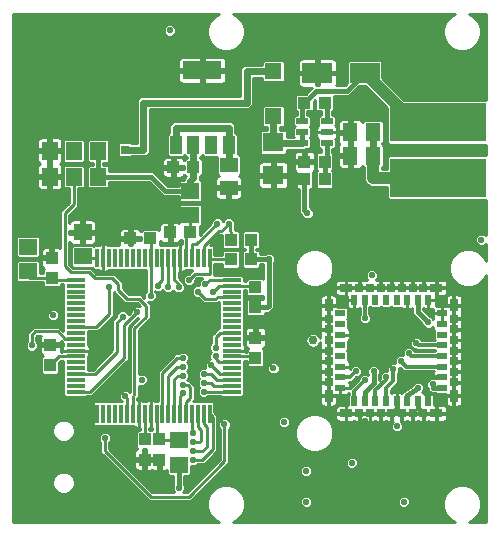
<source format=gbl>
G75*
G70*
%OFA0B0*%
%FSLAX24Y24*%
%IPPOS*%
%LPD*%
%AMOC8*
5,1,8,0,0,1.08239X$1,22.5*
%
%ADD10R,0.0630X0.0118*%
%ADD11R,0.0118X0.0630*%
%ADD12R,0.0394X0.0433*%
%ADD13R,0.0433X0.0394*%
%ADD14R,0.0591X0.0551*%
%ADD15R,0.0551X0.0591*%
%ADD16R,0.0551X0.0551*%
%ADD17R,0.0394X0.0197*%
%ADD18R,0.0709X0.0630*%
%ADD19R,0.0512X0.0591*%
%ADD20R,0.3228X0.1299*%
%ADD21R,0.0984X0.0669*%
%ADD22R,0.0394X0.0591*%
%ADD23R,0.1299X0.0591*%
%ADD24R,0.0591X0.0512*%
%ADD25R,0.0197X0.0331*%
%ADD26R,0.0331X0.0197*%
%ADD27R,0.0256X0.0256*%
%ADD28R,0.0433X0.0256*%
%ADD29R,0.0256X0.0433*%
%ADD30C,0.0100*%
%ADD31C,0.0210*%
%ADD32C,0.0240*%
%ADD33R,0.0295X0.0295*%
%ADD34C,0.0160*%
%ADD35C,0.0295*%
%ADD36C,0.0400*%
%ADD37C,0.0300*%
%ADD38C,0.1266*%
%ADD39C,0.0120*%
D10*
X003211Y005052D03*
X003211Y005249D03*
X003211Y005445D03*
X003211Y005642D03*
X003211Y005839D03*
X003211Y006036D03*
X003211Y006233D03*
X003211Y006430D03*
X003211Y006626D03*
X003211Y006823D03*
X003211Y007020D03*
X003211Y007217D03*
X003211Y007414D03*
X003211Y007611D03*
X003211Y007808D03*
X003211Y008004D03*
X003211Y008201D03*
X003211Y008398D03*
X003211Y008595D03*
X003211Y008792D03*
X008408Y008792D03*
X008408Y008595D03*
X008408Y008398D03*
X008408Y008201D03*
X008408Y008004D03*
X008408Y007808D03*
X008408Y007611D03*
X008408Y007414D03*
X008408Y007217D03*
X008408Y007020D03*
X008408Y006823D03*
X008408Y006626D03*
X008408Y006430D03*
X008408Y006233D03*
X008408Y006036D03*
X008408Y005839D03*
X008408Y005642D03*
X008408Y005445D03*
X008408Y005249D03*
X008408Y005052D03*
D11*
X007679Y004323D03*
X007483Y004323D03*
X007286Y004323D03*
X007089Y004323D03*
X006892Y004323D03*
X006695Y004323D03*
X006498Y004323D03*
X006301Y004323D03*
X006105Y004323D03*
X005908Y004323D03*
X005711Y004323D03*
X005514Y004323D03*
X005317Y004323D03*
X005120Y004323D03*
X004924Y004323D03*
X004727Y004323D03*
X004530Y004323D03*
X004333Y004323D03*
X004136Y004323D03*
X003939Y004323D03*
X003939Y009520D03*
X004136Y009520D03*
X004333Y009520D03*
X004530Y009520D03*
X004727Y009520D03*
X004924Y009520D03*
X005120Y009520D03*
X005317Y009520D03*
X005514Y009520D03*
X005711Y009520D03*
X005908Y009520D03*
X006105Y009520D03*
X006301Y009520D03*
X006498Y009520D03*
X006695Y009520D03*
X006892Y009520D03*
X007089Y009520D03*
X007286Y009520D03*
X007483Y009520D03*
X007679Y009520D03*
D12*
X008378Y009481D03*
X008378Y010121D03*
X009048Y010121D03*
X009048Y009481D03*
X009205Y006863D03*
X009205Y006193D03*
X006006Y003467D03*
X005514Y003467D03*
X005514Y002798D03*
X006006Y002798D03*
X002364Y005947D03*
X002364Y006617D03*
X002414Y008851D03*
X002414Y009520D03*
X010839Y012138D03*
X010839Y012729D03*
X011508Y012729D03*
X011508Y012138D03*
D13*
X011508Y014697D03*
X010839Y014697D03*
X007138Y012542D03*
X006469Y012542D03*
X006361Y010367D03*
X005701Y010170D03*
X005032Y010170D03*
X007030Y010367D03*
X009205Y008536D03*
X009205Y007867D03*
D14*
X007040Y010947D03*
X007040Y011754D03*
X003447Y010376D03*
X003447Y009569D03*
X001626Y009884D03*
X001626Y009077D03*
X006646Y003437D03*
X006646Y002630D03*
D15*
X003959Y012227D03*
X003959Y013093D03*
X003152Y013093D03*
X002345Y013093D03*
X002345Y012227D03*
X003152Y012227D03*
D16*
X009805Y014245D03*
X009805Y015741D03*
D17*
X010760Y014087D03*
X010760Y013713D03*
X010760Y013339D03*
X011587Y013339D03*
X011587Y013713D03*
X011587Y014087D03*
D18*
X009796Y013378D03*
X009796Y012276D03*
D19*
X012374Y012926D03*
X012374Y013713D03*
X013122Y013713D03*
X013122Y012926D03*
D20*
X015307Y012197D03*
X015307Y014048D03*
D21*
X012847Y015682D03*
X011272Y015682D03*
D22*
X008319Y013290D03*
X007729Y013290D03*
X007138Y013290D03*
X006548Y013290D03*
D23*
X007433Y015770D03*
D24*
X008319Y012611D03*
X008319Y011863D03*
D25*
X012492Y008126D03*
X012847Y008126D03*
X013201Y008126D03*
X013555Y008126D03*
X013910Y008126D03*
X014264Y008126D03*
X014618Y008126D03*
X014973Y008126D03*
X014973Y004733D03*
X014618Y004733D03*
X014264Y004733D03*
X013910Y004733D03*
X013555Y004733D03*
X013201Y004733D03*
X012847Y004733D03*
X012492Y004733D03*
D26*
X012036Y005189D03*
X012036Y005544D03*
X012036Y005898D03*
X012036Y006252D03*
X012036Y006607D03*
X012036Y006961D03*
X012036Y007315D03*
X012036Y007670D03*
X015429Y007670D03*
X015429Y007315D03*
X015429Y006961D03*
X015429Y006607D03*
X015429Y006252D03*
X015429Y005898D03*
X015429Y005544D03*
X015429Y005189D03*
D27*
X015821Y005367D03*
X015821Y005721D03*
X015821Y006075D03*
X015821Y006430D03*
X015821Y006784D03*
X015821Y007138D03*
X015821Y007493D03*
X014796Y008518D03*
X014441Y008518D03*
X014087Y008518D03*
X013733Y008518D03*
X013378Y008518D03*
X013024Y008518D03*
X012670Y008518D03*
X011644Y007493D03*
X011644Y007138D03*
X011644Y006784D03*
X011644Y006430D03*
X011644Y006075D03*
X011644Y005721D03*
X011644Y005367D03*
X012670Y004341D03*
X013024Y004341D03*
X013378Y004341D03*
X013733Y004341D03*
X014087Y004341D03*
X014441Y004341D03*
X014796Y004341D03*
D28*
X015240Y004341D03*
X012225Y004341D03*
X012225Y008518D03*
X015240Y008518D03*
D29*
X015821Y007937D03*
X015821Y004922D03*
X011644Y004922D03*
X011644Y007937D03*
D30*
X001137Y000724D02*
X001137Y017647D01*
X007985Y017647D01*
X007862Y017596D01*
X007684Y017418D01*
X007588Y017185D01*
X007588Y016934D01*
X007684Y016701D01*
X007862Y016523D01*
X008095Y016426D01*
X008347Y016426D01*
X008579Y016523D01*
X008757Y016701D01*
X008854Y016934D01*
X008854Y017185D01*
X008757Y017418D01*
X008579Y017596D01*
X008457Y017647D01*
X015859Y017647D01*
X015736Y017596D01*
X015558Y017418D01*
X015462Y017185D01*
X015462Y016934D01*
X015558Y016701D01*
X015736Y016523D01*
X015969Y016426D01*
X016221Y016426D01*
X016453Y016523D01*
X016631Y016701D01*
X016728Y016934D01*
X016728Y017185D01*
X016631Y017418D01*
X016453Y017596D01*
X016331Y017647D01*
X016879Y017647D01*
X016879Y014797D01*
X014155Y014797D01*
X013439Y015514D01*
X013439Y016058D01*
X013380Y016116D01*
X012313Y016116D01*
X012255Y016058D01*
X012255Y015344D01*
X012182Y015271D01*
X011893Y015271D01*
X011904Y015289D01*
X011914Y015327D01*
X011914Y015632D01*
X011322Y015632D01*
X011322Y015731D01*
X011914Y015731D01*
X011914Y016036D01*
X011904Y016074D01*
X011884Y016108D01*
X011856Y016136D01*
X011822Y016156D01*
X011784Y016166D01*
X011322Y016166D01*
X011322Y015732D01*
X011222Y015732D01*
X011222Y016166D01*
X010760Y016166D01*
X010722Y016156D01*
X010688Y016136D01*
X010660Y016108D01*
X010640Y016074D01*
X010630Y016036D01*
X010630Y015731D01*
X011222Y015731D01*
X011222Y015632D01*
X010630Y015632D01*
X010630Y015327D01*
X010640Y015289D01*
X010660Y015255D01*
X010688Y015227D01*
X010722Y015207D01*
X010760Y015197D01*
X011084Y015197D01*
X011053Y015166D01*
X010881Y014994D01*
X010581Y014994D01*
X010522Y014936D01*
X010522Y014459D01*
X010580Y014401D01*
X010580Y014285D01*
X010522Y014285D01*
X010463Y014227D01*
X010463Y013947D01*
X010510Y013900D01*
X010463Y013853D01*
X010463Y013573D01*
X010478Y013559D01*
X010250Y013559D01*
X010250Y013735D01*
X010191Y013793D01*
X010016Y013793D01*
X010016Y013869D01*
X010122Y013869D01*
X010181Y013928D01*
X010181Y014562D01*
X010122Y014620D01*
X009488Y014620D01*
X009430Y014562D01*
X009430Y013928D01*
X009488Y013869D01*
X009576Y013869D01*
X009576Y013793D01*
X009400Y013793D01*
X009341Y013735D01*
X009341Y013022D01*
X009400Y012963D01*
X010191Y012963D01*
X010250Y013022D01*
X010250Y013119D01*
X010851Y013119D01*
X010873Y013141D01*
X010998Y013141D01*
X011057Y013199D01*
X011057Y013479D01*
X011010Y013526D01*
X011057Y013573D01*
X011057Y013853D01*
X011010Y013900D01*
X011057Y013947D01*
X011057Y014227D01*
X010998Y014285D01*
X010940Y014285D01*
X010940Y014400D01*
X011097Y014400D01*
X011155Y014459D01*
X011155Y014759D01*
X011192Y014796D01*
X011192Y014459D01*
X011250Y014400D01*
X011407Y014400D01*
X011407Y014285D01*
X011349Y014285D01*
X011290Y014227D01*
X011290Y013947D01*
X011303Y013934D01*
X011298Y013931D01*
X011270Y013904D01*
X011250Y013869D01*
X011240Y013831D01*
X011240Y013713D01*
X011240Y013595D01*
X011250Y013557D01*
X011270Y013523D01*
X011298Y013495D01*
X011303Y013492D01*
X011290Y013479D01*
X011290Y013199D01*
X011349Y013141D01*
X011407Y013141D01*
X011407Y013045D01*
X011270Y013045D01*
X011211Y012987D01*
X011211Y012471D01*
X011249Y012434D01*
X011211Y012396D01*
X011211Y011880D01*
X011270Y011822D01*
X011746Y011822D01*
X011805Y011880D01*
X011805Y012396D01*
X011768Y012434D01*
X011805Y012471D01*
X011805Y012987D01*
X011767Y013025D01*
X011767Y013141D01*
X011825Y013141D01*
X011884Y013199D01*
X011884Y013479D01*
X011871Y013492D01*
X011876Y013495D01*
X011904Y013523D01*
X011924Y013557D01*
X011934Y013595D01*
X011934Y013713D01*
X011587Y013713D01*
X011587Y013713D01*
X011934Y013713D01*
X011934Y013831D01*
X011924Y013869D01*
X011904Y013904D01*
X011876Y013931D01*
X011871Y013934D01*
X011884Y013947D01*
X011884Y014227D01*
X011825Y014285D01*
X011767Y014285D01*
X011767Y014401D01*
X011825Y014459D01*
X011825Y014911D01*
X012182Y014911D01*
X012331Y014911D01*
X012667Y015247D01*
X012857Y015247D01*
X013593Y014511D01*
X013593Y013357D01*
X013652Y013298D01*
X016879Y013298D01*
X016879Y012947D01*
X013652Y012947D01*
X013593Y012888D01*
X013593Y012497D01*
X013422Y012497D01*
X013422Y012533D01*
X013478Y012589D01*
X013478Y013262D01*
X013421Y013319D01*
X013478Y013376D01*
X013478Y014050D01*
X013420Y014108D01*
X012825Y014108D01*
X012773Y014056D01*
X012770Y014066D01*
X012750Y014100D01*
X012722Y014128D01*
X012688Y014148D01*
X012650Y014158D01*
X012424Y014158D01*
X012424Y013763D01*
X012324Y013763D01*
X012324Y013663D01*
X011968Y013663D01*
X011968Y013398D01*
X011979Y013360D01*
X011998Y013326D01*
X012005Y013319D01*
X011998Y013313D01*
X011979Y013279D01*
X011968Y013241D01*
X011968Y012976D01*
X012324Y012976D01*
X012324Y013268D01*
X012324Y013663D01*
X012424Y013663D01*
X012424Y013268D01*
X012424Y012976D01*
X012324Y012976D01*
X012324Y012876D01*
X011968Y012876D01*
X011968Y012611D01*
X011979Y012572D01*
X011998Y012538D01*
X012026Y012510D01*
X012061Y012491D01*
X012099Y012480D01*
X012324Y012480D01*
X012324Y012876D01*
X012424Y012876D01*
X012424Y012480D01*
X012650Y012480D01*
X012688Y012491D01*
X012722Y012510D01*
X012750Y012538D01*
X012770Y012572D01*
X012773Y012583D01*
X012822Y012533D01*
X012822Y012257D01*
X012822Y012138D01*
X012868Y012027D01*
X012952Y011943D01*
X013063Y011897D01*
X013593Y011897D01*
X013593Y011506D01*
X013652Y011448D01*
X016879Y011448D01*
X016879Y010266D01*
X016819Y010326D01*
X016650Y010326D01*
X016530Y010205D01*
X016530Y010036D01*
X016650Y009916D01*
X016819Y009916D01*
X016879Y009975D01*
X016879Y009421D01*
X016828Y009544D01*
X016650Y009722D01*
X016418Y009819D01*
X016166Y009819D01*
X015933Y009722D01*
X015755Y009544D01*
X015659Y009311D01*
X015659Y009060D01*
X015755Y008827D01*
X015933Y008649D01*
X016166Y008552D01*
X016418Y008552D01*
X016650Y008649D01*
X016828Y008827D01*
X016879Y008949D01*
X016879Y000724D01*
X016331Y000724D01*
X016453Y000775D01*
X016631Y000953D01*
X016728Y001186D01*
X016728Y001437D01*
X016631Y001670D01*
X016453Y001848D01*
X016221Y001945D01*
X015969Y001945D01*
X015736Y001848D01*
X015558Y001670D01*
X015462Y001437D01*
X015462Y001186D01*
X015558Y000953D01*
X015736Y000775D01*
X015859Y000724D01*
X008457Y000724D01*
X008579Y000775D01*
X008757Y000953D01*
X008854Y001186D01*
X008854Y001437D01*
X008757Y001670D01*
X008579Y001848D01*
X008347Y001945D01*
X008095Y001945D01*
X007862Y001848D01*
X007684Y001670D01*
X007588Y001437D01*
X007588Y001186D01*
X007684Y000953D01*
X007862Y000775D01*
X007985Y000724D01*
X001137Y000724D01*
X001137Y000820D02*
X007817Y000820D01*
X007719Y000918D02*
X001137Y000918D01*
X001137Y001017D02*
X007658Y001017D01*
X007617Y001115D02*
X001137Y001115D01*
X001137Y001214D02*
X007588Y001214D01*
X007588Y001312D02*
X001137Y001312D01*
X001137Y001411D02*
X005645Y001411D01*
X005649Y001408D02*
X005773Y001408D01*
X007053Y001408D01*
X007140Y001495D01*
X007140Y001495D01*
X008322Y002676D01*
X008322Y002801D01*
X008322Y003829D01*
X008377Y003884D01*
X008377Y004054D01*
X008256Y004174D01*
X008087Y004174D01*
X007967Y004054D01*
X007967Y003884D01*
X008022Y003829D01*
X008022Y002801D01*
X006928Y001708D01*
X006791Y001708D01*
X006851Y001768D01*
X006851Y001938D01*
X006826Y001963D01*
X006826Y002255D01*
X006983Y002255D01*
X007041Y002313D01*
X007041Y002595D01*
X007053Y002583D01*
X007223Y002583D01*
X007278Y002638D01*
X007496Y002638D01*
X007583Y002726D01*
X007840Y002982D01*
X007928Y003070D01*
X007928Y004163D01*
X007928Y004287D01*
X007838Y004376D01*
X007838Y004680D01*
X007780Y004738D01*
X007583Y004738D01*
X007386Y004738D01*
X007189Y004738D01*
X007135Y004738D01*
X007190Y004793D01*
X007190Y005137D01*
X007190Y005261D01*
X007091Y005360D01*
X007003Y005448D01*
X006938Y005448D01*
X006999Y005508D01*
X006999Y005678D01*
X006936Y005741D01*
X006999Y005803D01*
X006999Y005973D01*
X006936Y006036D01*
X006999Y006099D01*
X006999Y006268D01*
X006879Y006389D01*
X006709Y006389D01*
X006654Y006334D01*
X006535Y006334D01*
X006447Y006246D01*
X005955Y005754D01*
X005955Y005629D01*
X005955Y004738D01*
X005882Y004738D01*
X005862Y004758D01*
X005828Y004778D01*
X005790Y004788D01*
X005711Y004788D01*
X005711Y004324D01*
X005711Y004324D01*
X005711Y004788D01*
X005632Y004788D01*
X005594Y004778D01*
X005560Y004758D01*
X005540Y004738D01*
X005488Y004738D01*
X005468Y004758D01*
X005434Y004778D01*
X005396Y004788D01*
X005317Y004788D01*
X005270Y004788D01*
X005270Y004842D01*
X005320Y004891D01*
X005320Y005261D01*
X005331Y005250D01*
X005501Y005250D01*
X005621Y005370D01*
X005621Y005540D01*
X005501Y005660D01*
X005331Y005660D01*
X005320Y005649D01*
X005320Y007106D01*
X005625Y007411D01*
X005713Y007499D01*
X005713Y007844D01*
X005713Y007968D01*
X005636Y008045D01*
X005796Y008045D01*
X005916Y008166D01*
X005916Y008335D01*
X005861Y008390D01*
X005861Y008401D01*
X005872Y008390D01*
X006042Y008390D01*
X006105Y008453D01*
X006217Y008341D01*
X006386Y008341D01*
X006474Y008428D01*
X006561Y008341D01*
X006731Y008341D01*
X006851Y008461D01*
X006851Y008631D01*
X006796Y008686D01*
X006796Y008696D01*
X006906Y008587D01*
X007075Y008587D01*
X007195Y008707D01*
X007195Y008785D01*
X007249Y008839D01*
X007436Y008839D01*
X007327Y008729D01*
X007327Y008603D01*
X007201Y008603D01*
X007081Y008483D01*
X007081Y008313D01*
X007201Y008193D01*
X007279Y008193D01*
X007382Y008090D01*
X007470Y008002D01*
X007938Y008002D01*
X007988Y008051D01*
X007993Y008051D01*
X007993Y007908D01*
X007993Y007711D01*
X007993Y007514D01*
X007993Y007317D01*
X007993Y007170D01*
X007962Y007170D01*
X007814Y007022D01*
X007726Y006935D01*
X007726Y006668D01*
X007671Y006613D01*
X007671Y006443D01*
X007734Y006380D01*
X007671Y006318D01*
X007671Y006148D01*
X007677Y006142D01*
X007644Y006142D01*
X007524Y006022D01*
X007524Y005853D01*
X007529Y005847D01*
X007398Y005847D01*
X007278Y005727D01*
X007278Y005557D01*
X007340Y005495D01*
X007278Y005432D01*
X007278Y005262D01*
X007340Y005199D01*
X007278Y005137D01*
X007278Y004967D01*
X007398Y004847D01*
X007567Y004847D01*
X007622Y004902D01*
X008042Y004902D01*
X008051Y004893D01*
X008764Y004893D01*
X008823Y004951D01*
X008823Y005152D01*
X008823Y005349D01*
X008823Y005546D01*
X008823Y005743D01*
X008823Y005940D01*
X008823Y006083D01*
X008908Y006083D01*
X008908Y005935D01*
X008967Y005877D01*
X009443Y005877D01*
X009502Y005935D01*
X009502Y006451D01*
X009450Y006504D01*
X009460Y006506D01*
X009494Y006526D01*
X009522Y006554D01*
X009542Y006588D01*
X009552Y006626D01*
X009552Y006814D01*
X009254Y006814D01*
X009254Y006911D01*
X009552Y006911D01*
X009552Y007099D01*
X009542Y007137D01*
X009522Y007171D01*
X009494Y007199D01*
X009460Y007219D01*
X009422Y007229D01*
X009253Y007229D01*
X009253Y006911D01*
X009157Y006911D01*
X009157Y007229D01*
X008988Y007229D01*
X008950Y007219D01*
X008916Y007199D01*
X008888Y007171D01*
X008868Y007137D01*
X008858Y007099D01*
X008858Y006911D01*
X009156Y006911D01*
X009156Y006814D01*
X008858Y006814D01*
X008858Y006626D01*
X008868Y006588D01*
X008888Y006554D01*
X008916Y006526D01*
X008950Y006506D01*
X008961Y006504D01*
X008908Y006451D01*
X008908Y006383D01*
X008873Y006383D01*
X008873Y006429D01*
X008408Y006429D01*
X008408Y006430D01*
X008873Y006430D01*
X008873Y006508D01*
X008862Y006547D01*
X008843Y006581D01*
X008823Y006601D01*
X008823Y006727D01*
X008823Y006920D01*
X008823Y007121D01*
X008823Y007317D01*
X008823Y007514D01*
X008823Y007711D01*
X008823Y007908D01*
X008823Y008105D01*
X008823Y008302D01*
X008823Y008445D01*
X008889Y008445D01*
X008889Y008298D01*
X008947Y008239D01*
X009463Y008239D01*
X009468Y008244D01*
X009468Y008158D01*
X009463Y008163D01*
X008947Y008163D01*
X008889Y008105D01*
X008889Y007628D01*
X008947Y007570D01*
X009463Y007570D01*
X009522Y007628D01*
X009522Y007687D01*
X009663Y007687D01*
X009769Y007792D01*
X009828Y007851D01*
X009828Y008000D01*
X009828Y009371D01*
X009853Y009396D01*
X009853Y009566D01*
X009733Y009686D01*
X009563Y009686D01*
X009538Y009661D01*
X009344Y009661D01*
X009344Y009739D01*
X009286Y009797D01*
X009228Y009797D01*
X009228Y009804D01*
X009286Y009804D01*
X009344Y009863D01*
X009344Y010379D01*
X009286Y010437D01*
X008809Y010437D01*
X008751Y010379D01*
X008751Y009863D01*
X008809Y009804D01*
X008868Y009804D01*
X008868Y009797D01*
X008809Y009797D01*
X008751Y009739D01*
X008751Y009223D01*
X008809Y009164D01*
X009286Y009164D01*
X009344Y009223D01*
X009344Y009301D01*
X009468Y009301D01*
X009468Y008828D01*
X009463Y008833D01*
X008947Y008833D01*
X008889Y008774D01*
X008889Y008745D01*
X008823Y008745D01*
X008823Y008892D01*
X008764Y008951D01*
X008051Y008951D01*
X008042Y008942D01*
X007829Y008942D01*
X007829Y009051D01*
X007829Y009155D01*
X007838Y009164D01*
X007838Y009331D01*
X008081Y009331D01*
X008081Y009223D01*
X008140Y009164D01*
X008617Y009164D01*
X008675Y009223D01*
X008675Y009739D01*
X008617Y009797D01*
X008140Y009797D01*
X008081Y009739D01*
X008081Y009631D01*
X007838Y009631D01*
X007838Y009877D01*
X007780Y009935D01*
X007706Y009935D01*
X008037Y010266D01*
X008081Y010266D01*
X008081Y009863D01*
X008140Y009804D01*
X008617Y009804D01*
X008675Y009863D01*
X008675Y010379D01*
X008617Y010437D01*
X008518Y010437D01*
X008513Y010566D01*
X008524Y010577D01*
X008524Y010747D01*
X008509Y010762D01*
X008509Y010763D01*
X008506Y010765D01*
X008506Y010768D01*
X008463Y010809D01*
X008421Y010851D01*
X008420Y010851D01*
X008404Y010867D01*
X008234Y010867D01*
X008122Y010755D01*
X008010Y010867D01*
X007841Y010867D01*
X007721Y010747D01*
X007721Y010669D01*
X007346Y010295D01*
X007346Y010572D01*
X007376Y010572D01*
X007435Y010630D01*
X007435Y011264D01*
X007376Y011323D01*
X006703Y011323D01*
X006644Y011264D01*
X006644Y010698D01*
X006635Y010703D01*
X006597Y010713D01*
X006409Y010713D01*
X006409Y010415D01*
X006312Y010415D01*
X006312Y010713D01*
X006124Y010713D01*
X006086Y010703D01*
X006052Y010683D01*
X006024Y010656D01*
X006004Y010621D01*
X005994Y010583D01*
X005994Y010432D01*
X005959Y010467D01*
X005443Y010467D01*
X005391Y010414D01*
X005388Y010424D01*
X005368Y010459D01*
X005340Y010487D01*
X005306Y010506D01*
X005268Y010517D01*
X005080Y010517D01*
X005080Y010218D01*
X004983Y010218D01*
X004983Y010121D01*
X004665Y010121D01*
X004665Y009953D01*
X004670Y009935D01*
X004626Y009935D01*
X004429Y009935D01*
X004307Y009935D01*
X004287Y009955D01*
X004253Y009975D01*
X004215Y009985D01*
X004136Y009985D01*
X004057Y009985D01*
X004019Y009975D01*
X003985Y009955D01*
X003965Y009935D01*
X003839Y009935D01*
X003816Y009913D01*
X003784Y009945D01*
X003110Y009945D01*
X003052Y009886D01*
X003007Y009886D01*
X003052Y009886D02*
X003052Y009252D01*
X003110Y009194D01*
X003780Y009194D01*
X003780Y009164D01*
X003839Y009105D01*
X003965Y009105D01*
X003985Y009085D01*
X004019Y009065D01*
X004057Y009055D01*
X004136Y009055D01*
X004136Y009520D01*
X004136Y009520D01*
X004136Y009055D01*
X004215Y009055D01*
X004253Y009065D01*
X004287Y009085D01*
X004307Y009105D01*
X004429Y009105D01*
X004626Y009105D01*
X004823Y009105D01*
X005020Y009105D01*
X005217Y009105D01*
X005414Y009105D01*
X005561Y009105D01*
X005561Y008390D01*
X005506Y008335D01*
X005506Y008175D01*
X005467Y008214D01*
X005379Y008302D01*
X004986Y008302D01*
X004778Y008509D01*
X004778Y008582D01*
X004778Y008706D01*
X004581Y008903D01*
X004494Y008991D01*
X003903Y008991D01*
X003794Y009100D01*
X003706Y009188D01*
X003116Y009188D01*
X003007Y009297D01*
X003007Y010064D01*
X003012Y010043D01*
X003032Y010009D01*
X003060Y009981D01*
X003094Y009961D01*
X003132Y009951D01*
X003397Y009951D01*
X003397Y010326D01*
X003497Y010326D01*
X003497Y009951D01*
X003762Y009951D01*
X003800Y009961D01*
X003835Y009981D01*
X003862Y010009D01*
X003882Y010043D01*
X003892Y010081D01*
X003892Y010326D01*
X003497Y010326D01*
X003497Y010426D01*
X003892Y010426D01*
X003892Y010672D01*
X003882Y010710D01*
X003862Y010744D01*
X003835Y010772D01*
X003800Y010792D01*
X003762Y010802D01*
X003497Y010802D01*
X003497Y010427D01*
X003397Y010427D01*
X003397Y010802D01*
X003132Y010802D01*
X003094Y010792D01*
X003060Y010772D01*
X003032Y010744D01*
X003012Y010710D01*
X003007Y010689D01*
X003007Y010944D01*
X003214Y011152D01*
X003302Y011239D01*
X003302Y011832D01*
X003469Y011832D01*
X003527Y011890D01*
X003527Y012564D01*
X003469Y012622D01*
X002835Y012622D01*
X002776Y012564D01*
X002776Y011890D01*
X002835Y011832D01*
X003002Y011832D01*
X003002Y011364D01*
X001137Y011364D01*
X001137Y011462D02*
X003002Y011462D01*
X003002Y011364D02*
X002707Y011069D01*
X002707Y010944D01*
X002707Y009853D01*
X002703Y009857D01*
X002668Y009876D01*
X002630Y009887D01*
X002462Y009887D01*
X002462Y009569D01*
X002365Y009569D01*
X002365Y009887D01*
X002197Y009887D01*
X002159Y009876D01*
X002125Y009857D01*
X002097Y009829D01*
X002077Y009795D01*
X002067Y009756D01*
X002067Y009569D01*
X002365Y009569D01*
X002365Y009472D01*
X002067Y009472D01*
X002067Y009284D01*
X002077Y009246D01*
X002097Y009211D01*
X002125Y009184D01*
X002159Y009164D01*
X002169Y009161D01*
X002117Y009109D01*
X002117Y009001D01*
X002022Y009001D01*
X002022Y009394D01*
X001963Y009453D01*
X001290Y009453D01*
X001231Y009394D01*
X001231Y008760D01*
X001290Y008702D01*
X001593Y008702D01*
X001594Y008701D01*
X001605Y008701D01*
X001614Y008694D01*
X001666Y008701D01*
X002117Y008701D01*
X002117Y008593D01*
X002175Y008534D01*
X002652Y008534D01*
X002711Y008593D01*
X002711Y008642D01*
X002796Y008642D01*
X002796Y008494D01*
X002796Y008298D01*
X002796Y008101D01*
X002796Y007904D01*
X002796Y007707D01*
X002796Y007510D01*
X002796Y007313D01*
X002796Y007116D01*
X002796Y007096D01*
X002761Y007131D01*
X002673Y007219D01*
X001934Y007219D01*
X001810Y007219D01*
X001601Y007011D01*
X001601Y006886D01*
X001601Y006743D01*
X001546Y006688D01*
X001546Y006518D01*
X001667Y006398D01*
X001836Y006398D01*
X001956Y006518D01*
X001956Y006688D01*
X001901Y006743D01*
X001901Y006886D01*
X001934Y006919D01*
X002044Y006919D01*
X002028Y006891D01*
X002018Y006853D01*
X002018Y006665D01*
X002316Y006665D01*
X002316Y006568D01*
X002018Y006568D01*
X002018Y006380D01*
X002028Y006342D01*
X002048Y006308D01*
X002076Y006280D01*
X002110Y006260D01*
X002120Y006258D01*
X002068Y006205D01*
X002068Y005689D01*
X002126Y005631D01*
X002603Y005631D01*
X002661Y005689D01*
X002661Y006032D01*
X002712Y006083D01*
X002796Y006083D01*
X002796Y005935D01*
X002796Y005739D01*
X002796Y005542D01*
X002796Y005345D01*
X002796Y005148D01*
X002796Y004951D01*
X002855Y004893D01*
X003567Y004893D01*
X003576Y004902D01*
X003631Y004902D01*
X003755Y004902D01*
X004887Y006034D01*
X004975Y006121D01*
X004975Y007204D01*
X005275Y007504D01*
X005294Y007504D01*
X005020Y007230D01*
X005020Y007106D01*
X005020Y005049D01*
X004959Y005109D01*
X004789Y005109D01*
X004669Y004989D01*
X004669Y004819D01*
X004750Y004738D01*
X004630Y004738D01*
X004433Y004738D01*
X004237Y004738D01*
X004040Y004738D01*
X003839Y004738D01*
X003780Y004680D01*
X003780Y003967D01*
X003839Y003908D01*
X004040Y003908D01*
X004237Y003908D01*
X004433Y003908D01*
X004630Y003908D01*
X004827Y003908D01*
X005020Y003908D01*
X005146Y003908D01*
X005166Y003888D01*
X005200Y003869D01*
X005238Y003858D01*
X005317Y003858D01*
X005317Y004323D01*
X005317Y004323D01*
X005317Y003858D01*
X005364Y003858D01*
X005364Y003784D01*
X005276Y003784D01*
X005217Y003725D01*
X005217Y003209D01*
X005270Y003157D01*
X005259Y003154D01*
X005225Y003134D01*
X005197Y003106D01*
X005177Y003072D01*
X005167Y003034D01*
X005167Y002846D01*
X005465Y002846D01*
X005465Y002749D01*
X005167Y002749D01*
X005167Y002561D01*
X005177Y002523D01*
X005197Y002489D01*
X005225Y002461D01*
X005259Y002441D01*
X005297Y002431D01*
X005466Y002431D01*
X005466Y002749D01*
X005563Y002749D01*
X005563Y002846D01*
X005659Y002846D01*
X005958Y002846D01*
X005958Y002749D01*
X006055Y002749D01*
X006055Y002431D01*
X006223Y002431D01*
X006251Y002439D01*
X006251Y002313D01*
X006309Y002255D01*
X006466Y002255D01*
X006466Y001963D01*
X006441Y001938D01*
X006441Y001768D01*
X006501Y001708D01*
X005773Y001708D01*
X004335Y003145D01*
X004335Y003374D01*
X004390Y003429D01*
X004390Y003599D01*
X004270Y003719D01*
X004100Y003719D01*
X003980Y003599D01*
X003980Y003429D01*
X004035Y003374D01*
X004035Y003021D01*
X004123Y002933D01*
X005649Y001408D01*
X005547Y001510D02*
X001137Y001510D01*
X001137Y001608D02*
X005448Y001608D01*
X005350Y001707D02*
X003027Y001707D01*
X003021Y001700D02*
X003127Y001806D01*
X003185Y001945D01*
X003185Y002095D01*
X003127Y002234D01*
X003021Y002340D01*
X002882Y002397D01*
X002732Y002397D01*
X002594Y002340D01*
X002488Y002234D01*
X002430Y002095D01*
X002430Y001945D01*
X002488Y001806D01*
X002594Y001700D01*
X002732Y001643D01*
X002882Y001643D01*
X003021Y001700D01*
X003126Y001805D02*
X005251Y001805D01*
X005153Y001904D02*
X003167Y001904D01*
X003185Y002002D02*
X005054Y002002D01*
X004956Y002101D02*
X003182Y002101D01*
X003141Y002199D02*
X004857Y002199D01*
X004758Y002298D02*
X003063Y002298D01*
X002885Y002396D02*
X004660Y002396D01*
X004561Y002495D02*
X001137Y002495D01*
X001137Y002594D02*
X004463Y002594D01*
X004364Y002692D02*
X001137Y002692D01*
X001137Y002791D02*
X004266Y002791D01*
X004167Y002889D02*
X001137Y002889D01*
X001137Y002988D02*
X004069Y002988D01*
X004035Y003086D02*
X001137Y003086D01*
X001137Y003185D02*
X004035Y003185D01*
X004035Y003283D02*
X001137Y003283D01*
X001137Y003382D02*
X002716Y003382D01*
X002732Y003375D02*
X002882Y003375D01*
X003021Y003433D01*
X003127Y003539D01*
X003185Y003677D01*
X003185Y003827D01*
X003127Y003966D01*
X003021Y004072D01*
X002882Y004130D01*
X002732Y004130D01*
X002594Y004072D01*
X002488Y003966D01*
X002430Y003827D01*
X002430Y003677D01*
X002488Y003539D01*
X002594Y003433D01*
X002732Y003375D01*
X002898Y003382D02*
X004028Y003382D01*
X003980Y003480D02*
X003069Y003480D01*
X003144Y003579D02*
X003980Y003579D01*
X004059Y003677D02*
X003185Y003677D01*
X003185Y003776D02*
X005268Y003776D01*
X005317Y003875D02*
X005317Y003875D01*
X005317Y003973D02*
X005317Y003973D01*
X005317Y004072D02*
X005317Y004072D01*
X005317Y004170D02*
X005317Y004170D01*
X005317Y004269D02*
X005317Y004269D01*
X005317Y004324D02*
X005317Y004788D01*
X005317Y004324D01*
X005317Y004324D01*
X005317Y004367D02*
X005317Y004367D01*
X005317Y004466D02*
X005317Y004466D01*
X005317Y004564D02*
X005317Y004564D01*
X005317Y004663D02*
X005317Y004663D01*
X005317Y004761D02*
X005317Y004761D01*
X005289Y004860D02*
X005955Y004860D01*
X005955Y004761D02*
X005857Y004761D01*
X005711Y004761D02*
X005711Y004761D01*
X005711Y004663D02*
X005711Y004663D01*
X005711Y004564D02*
X005711Y004564D01*
X005711Y004466D02*
X005711Y004466D01*
X005711Y004367D02*
X005711Y004367D01*
X005711Y004323D02*
X005711Y003858D01*
X005758Y003858D01*
X005758Y003778D01*
X005752Y003784D01*
X005664Y003784D01*
X005664Y003858D01*
X005711Y003858D01*
X005711Y004323D01*
X005711Y004323D01*
X005711Y004269D02*
X005711Y004269D01*
X005711Y004170D02*
X005711Y004170D01*
X005711Y004072D02*
X005711Y004072D01*
X005711Y003973D02*
X005711Y003973D01*
X005711Y003875D02*
X005711Y003875D01*
X005908Y003565D02*
X006006Y003467D01*
X006036Y003437D01*
X006646Y003437D01*
X007138Y003378D02*
X007335Y003378D01*
X007384Y003428D01*
X007384Y003772D01*
X007286Y003871D01*
X007286Y004323D01*
X007483Y004323D02*
X007483Y003969D01*
X007581Y003871D01*
X007581Y003231D01*
X007433Y003083D01*
X007138Y003083D01*
X007138Y002788D02*
X007433Y002788D01*
X007778Y003132D01*
X007778Y004225D01*
X007679Y004323D01*
X007848Y004367D02*
X011858Y004367D01*
X011858Y004355D02*
X012210Y004355D01*
X012210Y004327D01*
X011858Y004327D01*
X011858Y004193D01*
X011868Y004155D01*
X011888Y004121D01*
X011916Y004093D01*
X011950Y004073D01*
X011988Y004063D01*
X012211Y004063D01*
X012211Y004327D01*
X012239Y004327D01*
X012239Y004355D01*
X012392Y004355D01*
X012655Y004355D01*
X012655Y004327D01*
X012392Y004327D01*
X012239Y004327D01*
X012239Y004063D01*
X012461Y004063D01*
X012491Y004071D01*
X012522Y004063D01*
X012656Y004063D01*
X012656Y004327D01*
X012684Y004327D01*
X012684Y004355D01*
X012948Y004355D01*
X013010Y004355D01*
X013010Y004327D01*
X013038Y004327D01*
X013038Y004355D01*
X013302Y004355D01*
X013364Y004355D01*
X013364Y004327D01*
X013302Y004327D01*
X013038Y004327D01*
X013038Y004063D01*
X013172Y004063D01*
X013201Y004071D01*
X013231Y004063D01*
X013364Y004063D01*
X013364Y004327D01*
X013392Y004327D01*
X013392Y004063D01*
X013526Y004063D01*
X013555Y004071D01*
X013585Y004063D01*
X013719Y004063D01*
X013719Y004327D01*
X013747Y004327D01*
X013747Y004355D01*
X014011Y004355D01*
X014073Y004355D01*
X014073Y004327D01*
X014101Y004327D01*
X014101Y004355D01*
X014365Y004355D01*
X014427Y004355D01*
X014427Y004327D01*
X014365Y004327D01*
X014101Y004327D01*
X014101Y004063D01*
X014235Y004063D01*
X014264Y004071D01*
X014294Y004063D01*
X014427Y004063D01*
X014427Y004327D01*
X014455Y004327D01*
X014455Y004063D01*
X014589Y004063D01*
X014618Y004071D01*
X014648Y004063D01*
X014782Y004063D01*
X014782Y004327D01*
X014810Y004327D01*
X014810Y004355D01*
X015074Y004355D01*
X015226Y004355D01*
X015226Y004327D01*
X015074Y004327D01*
X014810Y004327D01*
X014810Y004063D01*
X014943Y004063D01*
X014974Y004071D01*
X015004Y004063D01*
X015226Y004063D01*
X015226Y004327D01*
X015254Y004327D01*
X015254Y004063D01*
X015477Y004063D01*
X015515Y004073D01*
X015549Y004093D01*
X015577Y004121D01*
X015597Y004155D01*
X015607Y004193D01*
X015607Y004327D01*
X015255Y004327D01*
X015255Y004355D01*
X015607Y004355D01*
X015607Y004489D01*
X015597Y004527D01*
X015577Y004561D01*
X015549Y004589D01*
X015515Y004609D01*
X015477Y004619D01*
X015254Y004619D01*
X015254Y004355D01*
X015226Y004355D01*
X015226Y004619D01*
X015171Y004619D01*
X015171Y004940D01*
X015113Y004998D01*
X014833Y004998D01*
X014831Y004996D01*
X014809Y005018D01*
X014775Y005038D01*
X014760Y005042D01*
X014823Y005105D01*
X014823Y005274D01*
X014703Y005394D01*
X014534Y005394D01*
X014413Y005274D01*
X014413Y005263D01*
X014206Y005114D01*
X014190Y005114D01*
X014147Y005071D01*
X014098Y005036D01*
X014096Y005021D01*
X014066Y005038D01*
X014028Y005048D01*
X013910Y005048D01*
X013910Y004733D01*
X013910Y004733D01*
X013910Y005048D01*
X013792Y005048D01*
X013753Y005038D01*
X013719Y005018D01*
X013715Y005014D01*
X013715Y005103D01*
X013961Y005350D01*
X013961Y005482D01*
X013961Y005680D01*
X014006Y005725D01*
X014006Y005860D01*
X014036Y005860D01*
X014158Y005738D01*
X014291Y005738D01*
X015148Y005738D01*
X015144Y005734D01*
X015124Y005700D01*
X015114Y005662D01*
X015114Y005544D01*
X015429Y005544D01*
X015429Y005544D01*
X015114Y005544D01*
X015114Y005513D01*
X015026Y005513D01*
X014906Y005392D01*
X014906Y005223D01*
X014950Y005179D01*
X014950Y005174D01*
X014950Y005115D01*
X014962Y005103D01*
X014965Y005086D01*
X015014Y005052D01*
X015056Y005009D01*
X015073Y005009D01*
X015086Y005000D01*
X015145Y005009D01*
X015204Y005009D01*
X015223Y004991D01*
X015543Y004991D01*
X015543Y004936D01*
X015807Y004936D01*
X015807Y005089D01*
X015807Y005352D01*
X015835Y005352D01*
X015835Y005089D01*
X015835Y004936D01*
X015807Y004936D01*
X015807Y004908D01*
X015543Y004908D01*
X015543Y004685D01*
X015553Y004647D01*
X015573Y004613D01*
X015601Y004585D01*
X015635Y004565D01*
X015673Y004555D01*
X015807Y004555D01*
X015807Y004907D01*
X015835Y004907D01*
X015835Y004555D01*
X015969Y004555D01*
X016007Y004565D01*
X016041Y004585D01*
X016069Y004613D01*
X016089Y004647D01*
X016099Y004685D01*
X016099Y004908D01*
X015835Y004908D01*
X015835Y004936D01*
X016099Y004936D01*
X016099Y005158D01*
X016091Y005188D01*
X016099Y005219D01*
X016099Y005353D01*
X015835Y005353D01*
X016879Y005353D01*
X016879Y005451D02*
X016099Y005451D01*
X016099Y005514D02*
X016091Y005544D01*
X016099Y005573D01*
X016099Y005707D01*
X015835Y005707D01*
X015835Y005645D01*
X015835Y005381D01*
X015807Y005381D01*
X015807Y005645D01*
X015807Y005707D01*
X015835Y005707D01*
X015835Y005735D01*
X015807Y005735D01*
X015807Y005999D01*
X015807Y006061D01*
X015835Y006061D01*
X015835Y005999D01*
X015835Y005735D01*
X016099Y005735D01*
X016099Y005869D01*
X016091Y005898D01*
X016099Y005928D01*
X016099Y006061D01*
X015835Y006061D01*
X015835Y006089D01*
X016099Y006089D01*
X016099Y006223D01*
X016091Y006252D01*
X016099Y006282D01*
X016099Y006416D01*
X015835Y006416D01*
X015835Y006444D01*
X015807Y006444D01*
X015807Y006708D01*
X015807Y006770D01*
X015835Y006770D01*
X015835Y006708D01*
X015835Y006444D01*
X016099Y006444D01*
X016099Y006577D01*
X016091Y006607D01*
X016099Y006636D01*
X016099Y006770D01*
X015835Y006770D01*
X015835Y006798D01*
X015807Y006798D01*
X015807Y007062D01*
X015807Y007124D01*
X015835Y007124D01*
X015835Y007062D01*
X015835Y006798D01*
X016099Y006798D01*
X016099Y006932D01*
X016091Y006961D01*
X016099Y006991D01*
X016099Y007124D01*
X015835Y007124D01*
X015835Y007152D01*
X016099Y007152D01*
X016099Y007286D01*
X016091Y007315D01*
X016099Y007345D01*
X016099Y007479D01*
X015835Y007479D01*
X015835Y007507D01*
X015807Y007507D01*
X015807Y007771D01*
X015807Y007923D01*
X015835Y007923D01*
X015835Y007771D01*
X015835Y007507D01*
X016099Y007507D01*
X016099Y007640D01*
X016091Y007671D01*
X016099Y007701D01*
X016099Y007923D01*
X015835Y007923D01*
X015835Y007951D01*
X016099Y007951D01*
X016099Y008174D01*
X016089Y008212D01*
X016069Y008246D01*
X016041Y008274D01*
X016007Y008294D01*
X015969Y008304D01*
X015835Y008304D01*
X015835Y007952D01*
X015807Y007952D01*
X015807Y008304D01*
X015673Y008304D01*
X015635Y008294D01*
X015601Y008274D01*
X015573Y008246D01*
X015553Y008212D01*
X015543Y008174D01*
X015543Y007951D01*
X015807Y007951D01*
X015807Y007923D01*
X015543Y007923D01*
X015543Y007918D01*
X015430Y007918D01*
X015430Y007670D01*
X015429Y007670D01*
X015429Y007670D01*
X015114Y007670D01*
X015114Y007788D01*
X015123Y007820D01*
X015091Y007811D01*
X014973Y007811D01*
X014973Y008126D01*
X014973Y008126D01*
X014973Y008127D01*
X015221Y008127D01*
X015221Y008240D01*
X015226Y008240D01*
X015226Y008504D01*
X014874Y008504D01*
X014810Y008504D01*
X014810Y008532D01*
X014874Y008532D01*
X015226Y008532D01*
X015226Y008504D01*
X015254Y008504D01*
X015254Y008240D01*
X015477Y008240D01*
X015515Y008250D01*
X015549Y008270D01*
X015577Y008298D01*
X015597Y008332D01*
X015607Y008370D01*
X015607Y008504D01*
X015255Y008504D01*
X015255Y008532D01*
X015607Y008532D01*
X015607Y008666D01*
X015597Y008704D01*
X015577Y008738D01*
X015549Y008766D01*
X015515Y008786D01*
X015477Y008796D01*
X015254Y008796D01*
X015254Y008532D01*
X015226Y008532D01*
X015226Y008796D01*
X015004Y008796D01*
X014974Y008788D01*
X014943Y008796D01*
X014810Y008796D01*
X014810Y008532D01*
X014782Y008532D01*
X014782Y008796D01*
X014648Y008796D01*
X014618Y008788D01*
X014589Y008796D01*
X014455Y008796D01*
X014455Y008532D01*
X014427Y008532D01*
X014427Y008504D01*
X014163Y008504D01*
X014101Y008504D01*
X014101Y008532D01*
X014163Y008532D01*
X014427Y008532D01*
X014427Y008796D01*
X014294Y008796D01*
X014264Y008788D01*
X014235Y008796D01*
X014101Y008796D01*
X014101Y008532D01*
X014073Y008532D01*
X014073Y008504D01*
X013809Y008504D01*
X013747Y008504D01*
X013747Y008532D01*
X013809Y008532D01*
X014073Y008532D01*
X014073Y008796D01*
X013939Y008796D01*
X013910Y008788D01*
X013880Y008796D01*
X013747Y008796D01*
X013747Y008532D01*
X013719Y008532D01*
X013719Y008796D01*
X013585Y008796D01*
X013555Y008788D01*
X013526Y008796D01*
X013392Y008796D01*
X013392Y008532D01*
X013364Y008532D01*
X013364Y008504D01*
X013100Y008504D01*
X013038Y008504D01*
X013038Y008532D01*
X013100Y008532D01*
X013364Y008532D01*
X013364Y008796D01*
X013231Y008796D01*
X013229Y008796D01*
X013288Y008855D01*
X013288Y009024D01*
X013168Y009144D01*
X012998Y009144D01*
X012878Y009024D01*
X012878Y008855D01*
X012936Y008796D01*
X012876Y008796D01*
X012847Y008788D01*
X012817Y008796D01*
X012684Y008796D01*
X012684Y008532D01*
X012746Y008532D01*
X013010Y008532D01*
X013010Y008504D01*
X012948Y008504D01*
X012684Y008504D01*
X012684Y008532D01*
X012656Y008532D01*
X012656Y008796D01*
X012522Y008796D01*
X012491Y008788D01*
X012461Y008796D01*
X012239Y008796D01*
X012239Y008532D01*
X012392Y008532D01*
X012655Y008532D01*
X012655Y008504D01*
X012392Y008504D01*
X012239Y008504D01*
X012239Y008532D01*
X012211Y008532D01*
X012211Y008796D01*
X011988Y008796D01*
X011950Y008786D01*
X011916Y008766D01*
X011888Y008738D01*
X011868Y008704D01*
X011858Y008666D01*
X011858Y008532D01*
X012210Y008532D01*
X012210Y008504D01*
X011858Y008504D01*
X011858Y008370D01*
X011868Y008332D01*
X011888Y008298D01*
X011916Y008270D01*
X011950Y008250D01*
X011988Y008240D01*
X012211Y008240D01*
X012211Y008504D01*
X012239Y008504D01*
X012239Y008240D01*
X012244Y008240D01*
X012244Y008127D01*
X012492Y008127D01*
X012492Y008126D01*
X012493Y008126D01*
X012493Y007811D01*
X012611Y007811D01*
X012649Y007821D01*
X012683Y007841D01*
X012687Y007845D01*
X012687Y007642D01*
X012642Y007597D01*
X012642Y007427D01*
X012762Y007307D01*
X012932Y007307D01*
X013052Y007427D01*
X013052Y007597D01*
X013007Y007642D01*
X013007Y007881D01*
X013024Y007898D01*
X013061Y007861D01*
X013341Y007861D01*
X013378Y007898D01*
X013416Y007861D01*
X013695Y007861D01*
X013733Y007898D01*
X013770Y007861D01*
X014050Y007861D01*
X014052Y007863D01*
X014074Y007841D01*
X014108Y007821D01*
X014146Y007811D01*
X014264Y007811D01*
X014264Y008126D01*
X014264Y008126D01*
X014264Y007811D01*
X014382Y007811D01*
X014420Y007821D01*
X014438Y007832D01*
X014438Y007784D01*
X014438Y007635D01*
X014758Y007315D01*
X014758Y007280D01*
X014878Y007160D01*
X015048Y007160D01*
X015114Y007226D01*
X015114Y007197D01*
X015124Y007159D01*
X015144Y007125D01*
X015166Y007103D01*
X015164Y007101D01*
X015164Y006821D01*
X015201Y006784D01*
X015184Y006767D01*
X014768Y006767D01*
X014654Y006881D01*
X014484Y006881D01*
X014364Y006761D01*
X014364Y006591D01*
X014484Y006471D01*
X014548Y006471D01*
X014572Y006447D01*
X014704Y006447D01*
X015184Y006447D01*
X015201Y006430D01*
X015184Y006412D01*
X014518Y006412D01*
X014518Y006426D01*
X014398Y006546D01*
X014228Y006546D01*
X014108Y006426D01*
X014108Y006270D01*
X013972Y006270D01*
X013852Y006150D01*
X013852Y006014D01*
X013717Y006014D01*
X013596Y005894D01*
X013596Y005759D01*
X013461Y005759D01*
X013341Y005639D01*
X013341Y005476D01*
X013322Y005458D01*
X013322Y005631D01*
X013347Y005656D01*
X013347Y005826D01*
X013227Y005946D01*
X013057Y005946D01*
X012937Y005826D01*
X012937Y005656D01*
X012962Y005631D01*
X012962Y005620D01*
X012932Y005650D01*
X012762Y005650D01*
X012642Y005530D01*
X012642Y005467D01*
X012351Y005176D01*
X012351Y005189D01*
X012036Y005189D01*
X012036Y004941D01*
X012221Y004941D01*
X012259Y004951D01*
X012293Y004971D01*
X012321Y004999D01*
X012332Y005019D01*
X012332Y004978D01*
X012294Y004940D01*
X012294Y004619D01*
X012239Y004619D01*
X012239Y004355D01*
X012211Y004355D01*
X012211Y004619D01*
X011988Y004619D01*
X011950Y004609D01*
X011916Y004589D01*
X011888Y004561D01*
X011868Y004527D01*
X011858Y004489D01*
X011858Y004355D01*
X011858Y004269D02*
X011391Y004269D01*
X011299Y004307D02*
X011048Y004307D01*
X010815Y004210D01*
X010637Y004032D01*
X010540Y003800D01*
X010540Y003548D01*
X010637Y003315D01*
X010815Y003137D01*
X011048Y003041D01*
X011299Y003041D01*
X011532Y003137D01*
X011710Y003315D01*
X011807Y003548D01*
X011807Y003800D01*
X011710Y004032D01*
X011532Y004210D01*
X011299Y004307D01*
X011458Y004565D02*
X011496Y004555D01*
X011630Y004555D01*
X011630Y004907D01*
X011658Y004907D01*
X011658Y004555D01*
X011792Y004555D01*
X011830Y004565D01*
X011864Y004585D01*
X011892Y004613D01*
X011912Y004647D01*
X011922Y004685D01*
X011922Y004908D01*
X011658Y004908D01*
X011658Y004936D01*
X011630Y004936D01*
X011630Y005089D01*
X011630Y005352D01*
X011658Y005352D01*
X011658Y005089D01*
X011658Y004936D01*
X011922Y004936D01*
X011922Y004941D01*
X012036Y004941D01*
X012036Y005189D01*
X012036Y005189D01*
X012036Y005190D01*
X012351Y005190D01*
X012351Y005308D01*
X012341Y005346D01*
X012321Y005380D01*
X012317Y005384D01*
X012421Y005384D01*
X012573Y005536D01*
X012636Y005536D01*
X012756Y005656D01*
X012756Y005826D01*
X012636Y005946D01*
X012467Y005946D01*
X012351Y005830D01*
X012351Y005898D01*
X012036Y005898D01*
X012036Y005898D01*
X012351Y005898D01*
X012351Y006016D01*
X012341Y006054D01*
X012321Y006089D01*
X012299Y006111D01*
X012301Y006113D01*
X012301Y006392D01*
X012264Y006430D01*
X012301Y006467D01*
X012301Y006747D01*
X012299Y006749D01*
X012321Y006771D01*
X012341Y006805D01*
X012351Y006843D01*
X012351Y006961D01*
X012036Y006961D01*
X012036Y006961D01*
X012351Y006961D01*
X012351Y007079D01*
X012341Y007117D01*
X012321Y007152D01*
X012299Y007174D01*
X012301Y007176D01*
X012301Y007455D01*
X012264Y007493D01*
X012301Y007530D01*
X012301Y007810D01*
X012243Y007868D01*
X011922Y007868D01*
X011922Y007923D01*
X011658Y007923D01*
X011658Y007571D01*
X011658Y007507D01*
X011630Y007507D01*
X011630Y007571D01*
X011630Y007923D01*
X011658Y007923D01*
X011658Y007951D01*
X011922Y007951D01*
X011922Y008174D01*
X011912Y008212D01*
X011892Y008246D01*
X011864Y008274D01*
X011830Y008294D01*
X011792Y008304D01*
X011658Y008304D01*
X011658Y007952D01*
X011630Y007952D01*
X011630Y008304D01*
X011496Y008304D01*
X011458Y008294D01*
X011424Y008274D01*
X011396Y008246D01*
X011376Y008212D01*
X011366Y008174D01*
X011366Y007951D01*
X011630Y007951D01*
X011630Y007923D01*
X011366Y007923D01*
X011366Y007701D01*
X011374Y007671D01*
X011366Y007640D01*
X011366Y007507D01*
X011630Y007507D01*
X011630Y007479D01*
X011366Y007479D01*
X011366Y007345D01*
X011374Y007315D01*
X011366Y007286D01*
X011366Y007152D01*
X011630Y007152D01*
X011630Y007124D01*
X011658Y007124D01*
X011658Y006860D01*
X011658Y006798D01*
X011630Y006798D01*
X011630Y006860D01*
X011630Y007124D01*
X011366Y007124D01*
X011366Y006991D01*
X011374Y006961D01*
X011366Y006932D01*
X011366Y006844D01*
X011336Y006916D01*
X011266Y006986D01*
X011174Y007024D01*
X011075Y007024D01*
X010983Y006986D01*
X010912Y006916D01*
X010874Y006824D01*
X010874Y006724D01*
X010912Y006632D01*
X010983Y006562D01*
X011075Y006524D01*
X011174Y006524D01*
X011266Y006562D01*
X011336Y006632D01*
X011366Y006705D01*
X011366Y006636D01*
X011374Y006607D01*
X011366Y006577D01*
X011366Y006444D01*
X011630Y006444D01*
X011630Y006506D01*
X011630Y006770D01*
X011658Y006770D01*
X011658Y006506D01*
X011658Y006444D01*
X011630Y006444D01*
X011630Y006416D01*
X011366Y006416D01*
X011366Y006282D01*
X011374Y006252D01*
X011366Y006223D01*
X011366Y006089D01*
X011630Y006089D01*
X011630Y006061D01*
X011658Y006061D01*
X011658Y005797D01*
X011658Y005735D01*
X011630Y005735D01*
X011630Y005797D01*
X011630Y006061D01*
X011366Y006061D01*
X011366Y005928D01*
X011374Y005898D01*
X011366Y005869D01*
X011366Y005735D01*
X011630Y005735D01*
X011630Y005707D01*
X011366Y005707D01*
X011366Y005573D01*
X011374Y005544D01*
X011366Y005514D01*
X011366Y005381D01*
X011630Y005381D01*
X011630Y005443D01*
X011630Y005707D01*
X011658Y005707D01*
X011658Y005645D01*
X011658Y005381D01*
X011630Y005381D01*
X011630Y005353D01*
X008823Y005353D01*
X008823Y005451D02*
X011366Y005451D01*
X011366Y005353D02*
X011366Y005219D01*
X011374Y005188D01*
X011366Y005158D01*
X011366Y004936D01*
X011630Y004936D01*
X011630Y004908D01*
X011366Y004908D01*
X011366Y004685D01*
X011376Y004647D01*
X011396Y004613D01*
X011424Y004585D01*
X011458Y004565D01*
X011462Y004564D02*
X007838Y004564D01*
X007838Y004466D02*
X011858Y004466D01*
X011826Y004564D02*
X011891Y004564D01*
X011916Y004663D02*
X012294Y004663D01*
X012294Y004761D02*
X011922Y004761D01*
X011922Y004860D02*
X012294Y004860D01*
X012313Y004959D02*
X012272Y004959D01*
X012351Y005254D02*
X012429Y005254D01*
X012337Y005353D02*
X012528Y005353D01*
X012488Y005451D02*
X012626Y005451D01*
X012651Y005550D02*
X012661Y005550D01*
X012749Y005648D02*
X012760Y005648D01*
X012756Y005747D02*
X012937Y005747D01*
X012934Y005648D02*
X012944Y005648D01*
X012957Y005845D02*
X012737Y005845D01*
X012638Y005944D02*
X013056Y005944D01*
X013229Y005944D02*
X013646Y005944D01*
X013596Y005845D02*
X013327Y005845D01*
X013347Y005747D02*
X013449Y005747D01*
X013350Y005648D02*
X013340Y005648D01*
X013341Y005550D02*
X013322Y005550D01*
X013768Y005156D02*
X014264Y005156D01*
X014401Y005254D02*
X013866Y005254D01*
X013961Y005353D02*
X014492Y005353D01*
X014745Y005353D02*
X014906Y005353D01*
X014906Y005254D02*
X014823Y005254D01*
X014823Y005156D02*
X014950Y005156D01*
X015006Y005057D02*
X014776Y005057D01*
X015152Y004959D02*
X015543Y004959D01*
X015543Y004860D02*
X015171Y004860D01*
X015171Y004761D02*
X015543Y004761D01*
X015549Y004663D02*
X015171Y004663D01*
X015226Y004564D02*
X015254Y004564D01*
X015254Y004466D02*
X015226Y004466D01*
X015226Y004367D02*
X015254Y004367D01*
X015254Y004269D02*
X015226Y004269D01*
X015226Y004170D02*
X015254Y004170D01*
X015254Y004072D02*
X015226Y004072D01*
X015509Y004072D02*
X016879Y004072D01*
X016879Y004170D02*
X015601Y004170D01*
X015607Y004269D02*
X016879Y004269D01*
X016879Y004367D02*
X015607Y004367D01*
X015607Y004466D02*
X016879Y004466D01*
X016879Y004564D02*
X016003Y004564D01*
X016093Y004663D02*
X016879Y004663D01*
X016879Y004761D02*
X016099Y004761D01*
X016099Y004860D02*
X016879Y004860D01*
X016879Y004959D02*
X016099Y004959D01*
X016099Y005057D02*
X016879Y005057D01*
X016879Y005156D02*
X016099Y005156D01*
X016099Y005254D02*
X016879Y005254D01*
X016879Y005550D02*
X016093Y005550D01*
X016099Y005514D02*
X016099Y005381D01*
X015835Y005381D01*
X015835Y005353D01*
X015835Y005451D02*
X015807Y005451D01*
X015807Y005550D02*
X015835Y005550D01*
X015835Y005648D02*
X015807Y005648D01*
X015807Y005747D02*
X015835Y005747D01*
X015835Y005845D02*
X015807Y005845D01*
X015807Y005944D02*
X015835Y005944D01*
X015835Y006043D02*
X015807Y006043D01*
X015807Y006089D02*
X015807Y006353D01*
X015807Y006415D01*
X015835Y006415D01*
X015835Y006353D01*
X015835Y006089D01*
X015807Y006089D01*
X015807Y006141D02*
X015835Y006141D01*
X015835Y006240D02*
X015807Y006240D01*
X015807Y006338D02*
X015835Y006338D01*
X015835Y006437D02*
X016879Y006437D01*
X016879Y006535D02*
X016099Y006535D01*
X016098Y006634D02*
X016879Y006634D01*
X016879Y006732D02*
X016099Y006732D01*
X016099Y006831D02*
X016879Y006831D01*
X016879Y006929D02*
X016099Y006929D01*
X016099Y007028D02*
X016879Y007028D01*
X016879Y007126D02*
X015835Y007126D01*
X015835Y007152D02*
X015807Y007152D01*
X015807Y007215D01*
X015807Y007478D01*
X015835Y007478D01*
X015835Y007215D01*
X015835Y007152D01*
X015835Y007225D02*
X015807Y007225D01*
X015807Y007324D02*
X015835Y007324D01*
X015835Y007422D02*
X015807Y007422D01*
X015807Y007521D02*
X015835Y007521D01*
X015835Y007619D02*
X015807Y007619D01*
X015807Y007718D02*
X015835Y007718D01*
X015835Y007816D02*
X015807Y007816D01*
X015807Y007915D02*
X015835Y007915D01*
X015835Y008013D02*
X015807Y008013D01*
X015807Y008112D02*
X015835Y008112D01*
X015835Y008210D02*
X015807Y008210D01*
X015583Y008309D02*
X016879Y008309D01*
X016879Y008210D02*
X016089Y008210D01*
X016099Y008112D02*
X016879Y008112D01*
X016879Y008013D02*
X016099Y008013D01*
X016099Y007915D02*
X016879Y007915D01*
X016879Y007816D02*
X016099Y007816D01*
X016099Y007718D02*
X016879Y007718D01*
X016879Y007619D02*
X016099Y007619D01*
X016099Y007521D02*
X016879Y007521D01*
X016879Y007422D02*
X016099Y007422D01*
X016093Y007324D02*
X016879Y007324D01*
X016879Y007225D02*
X016099Y007225D01*
X015835Y007028D02*
X015807Y007028D01*
X015807Y006929D02*
X015835Y006929D01*
X015835Y006831D02*
X015807Y006831D01*
X015807Y006732D02*
X015835Y006732D01*
X015835Y006634D02*
X015807Y006634D01*
X015807Y006535D02*
X015835Y006535D01*
X016099Y006338D02*
X016879Y006338D01*
X016879Y006240D02*
X016095Y006240D01*
X016099Y006141D02*
X016879Y006141D01*
X016879Y006043D02*
X016099Y006043D01*
X016099Y005944D02*
X016879Y005944D01*
X016879Y005845D02*
X016099Y005845D01*
X016099Y005747D02*
X016879Y005747D01*
X016879Y005648D02*
X016099Y005648D01*
X015835Y005254D02*
X015807Y005254D01*
X015807Y005156D02*
X015835Y005156D01*
X015835Y005057D02*
X015807Y005057D01*
X015807Y004959D02*
X015835Y004959D01*
X015835Y004860D02*
X015807Y004860D01*
X015807Y004761D02*
X015835Y004761D01*
X015835Y004663D02*
X015807Y004663D01*
X015807Y004564D02*
X015835Y004564D01*
X015639Y004564D02*
X015574Y004564D01*
X014810Y004269D02*
X014782Y004269D01*
X014781Y004327D02*
X014518Y004327D01*
X014455Y004327D01*
X014455Y004355D01*
X014518Y004355D01*
X014781Y004355D01*
X014781Y004327D01*
X014782Y004170D02*
X014810Y004170D01*
X014810Y004072D02*
X014782Y004072D01*
X014455Y004072D02*
X014427Y004072D01*
X014427Y004170D02*
X014455Y004170D01*
X014455Y004269D02*
X014427Y004269D01*
X014101Y004269D02*
X014073Y004269D01*
X014073Y004327D02*
X014073Y004063D01*
X014066Y004063D01*
X014134Y003995D01*
X014134Y003825D01*
X014014Y003705D01*
X013845Y003705D01*
X013724Y003825D01*
X013724Y003995D01*
X013793Y004063D01*
X013747Y004063D01*
X013747Y004327D01*
X014011Y004327D01*
X014073Y004327D01*
X014073Y004170D02*
X014101Y004170D01*
X014101Y004072D02*
X014073Y004072D01*
X014134Y003973D02*
X016879Y003973D01*
X016879Y003875D02*
X014134Y003875D01*
X014085Y003776D02*
X016879Y003776D01*
X016879Y003677D02*
X011807Y003677D01*
X011807Y003579D02*
X016879Y003579D01*
X016879Y003480D02*
X011779Y003480D01*
X011738Y003382D02*
X016879Y003382D01*
X016879Y003283D02*
X011678Y003283D01*
X011580Y003185D02*
X016879Y003185D01*
X016879Y003086D02*
X011409Y003086D01*
X010938Y003086D02*
X008322Y003086D01*
X008322Y002988D02*
X016879Y002988D01*
X016879Y002889D02*
X012504Y002889D01*
X012499Y002894D02*
X012329Y002894D01*
X012209Y002774D01*
X012209Y002605D01*
X012329Y002484D01*
X012499Y002484D01*
X012619Y002605D01*
X012619Y002774D01*
X012499Y002894D01*
X012602Y002791D02*
X016879Y002791D01*
X016879Y002692D02*
X012619Y002692D01*
X012608Y002594D02*
X016879Y002594D01*
X016879Y002495D02*
X012509Y002495D01*
X012318Y002495D02*
X011103Y002495D01*
X011103Y002499D02*
X010983Y002619D01*
X010813Y002619D01*
X010693Y002499D01*
X010693Y002329D01*
X010813Y002209D01*
X010983Y002209D01*
X011103Y002329D01*
X011103Y002499D01*
X011103Y002396D02*
X016879Y002396D01*
X016879Y002298D02*
X011072Y002298D01*
X011008Y002594D02*
X012220Y002594D01*
X012209Y002692D02*
X008322Y002692D01*
X008322Y002791D02*
X012225Y002791D01*
X012324Y002889D02*
X008322Y002889D01*
X008172Y002739D02*
X006990Y001558D01*
X005711Y001558D01*
X004185Y003083D01*
X004185Y003514D01*
X004343Y003382D02*
X005217Y003382D01*
X005217Y003480D02*
X004390Y003480D01*
X004390Y003579D02*
X005217Y003579D01*
X005217Y003677D02*
X004312Y003677D01*
X004335Y003283D02*
X005217Y003283D01*
X005241Y003185D02*
X004335Y003185D01*
X004394Y003086D02*
X005186Y003086D01*
X005167Y002988D02*
X004493Y002988D01*
X004591Y002889D02*
X005167Y002889D01*
X005167Y002692D02*
X004789Y002692D01*
X004887Y002594D02*
X005167Y002594D01*
X005194Y002495D02*
X004986Y002495D01*
X005084Y002396D02*
X006251Y002396D01*
X006266Y002298D02*
X005183Y002298D01*
X005281Y002199D02*
X006466Y002199D01*
X006466Y002101D02*
X005380Y002101D01*
X005478Y002002D02*
X006466Y002002D01*
X006441Y001904D02*
X005577Y001904D01*
X005675Y001805D02*
X006441Y001805D01*
X006851Y001805D02*
X007026Y001805D01*
X007125Y001904D02*
X006851Y001904D01*
X006826Y002002D02*
X007223Y002002D01*
X007322Y002101D02*
X006826Y002101D01*
X006826Y002199D02*
X007420Y002199D01*
X007519Y002298D02*
X007026Y002298D01*
X007041Y002396D02*
X007617Y002396D01*
X007716Y002495D02*
X007041Y002495D01*
X007041Y002594D02*
X007043Y002594D01*
X007234Y002594D02*
X007814Y002594D01*
X007913Y002692D02*
X007550Y002692D01*
X007648Y002791D02*
X008011Y002791D01*
X008022Y002889D02*
X007747Y002889D01*
X007845Y002988D02*
X008022Y002988D01*
X008022Y003086D02*
X007928Y003086D01*
X007928Y003185D02*
X008022Y003185D01*
X008022Y003283D02*
X007928Y003283D01*
X007928Y003382D02*
X008022Y003382D01*
X008022Y003480D02*
X007928Y003480D01*
X007928Y003579D02*
X008022Y003579D01*
X008022Y003677D02*
X007928Y003677D01*
X007928Y003776D02*
X008022Y003776D01*
X007976Y003875D02*
X007928Y003875D01*
X007928Y003973D02*
X007967Y003973D01*
X007984Y004072D02*
X007928Y004072D01*
X007928Y004170D02*
X008083Y004170D01*
X008260Y004170D02*
X009992Y004170D01*
X009955Y004133D02*
X009955Y003963D01*
X010075Y003843D01*
X010245Y003843D01*
X010365Y003963D01*
X010365Y004133D01*
X010245Y004253D01*
X010075Y004253D01*
X009955Y004133D01*
X009955Y004072D02*
X008359Y004072D01*
X008377Y003973D02*
X009955Y003973D01*
X010043Y003875D02*
X008367Y003875D01*
X008322Y003776D02*
X010540Y003776D01*
X010540Y003677D02*
X008322Y003677D01*
X008322Y003579D02*
X010540Y003579D01*
X010568Y003480D02*
X008322Y003480D01*
X008322Y003382D02*
X010609Y003382D01*
X010669Y003283D02*
X008322Y003283D01*
X008322Y003185D02*
X010767Y003185D01*
X010788Y002594D02*
X008239Y002594D01*
X008140Y002495D02*
X010693Y002495D01*
X010693Y002396D02*
X008041Y002396D01*
X007943Y002298D02*
X010724Y002298D01*
X010813Y001595D02*
X010693Y001475D01*
X010693Y001305D01*
X010813Y001185D01*
X010983Y001185D01*
X011103Y001305D01*
X011103Y001475D01*
X010983Y001595D01*
X010813Y001595D01*
X010727Y001510D02*
X008824Y001510D01*
X008854Y001411D02*
X010693Y001411D01*
X010693Y001312D02*
X008854Y001312D01*
X008854Y001214D02*
X010784Y001214D01*
X011012Y001214D02*
X014032Y001214D01*
X014061Y001185D02*
X014231Y001185D01*
X014351Y001305D01*
X014351Y001475D01*
X014231Y001595D01*
X014061Y001595D01*
X013941Y001475D01*
X013941Y001305D01*
X014061Y001185D01*
X013941Y001312D02*
X011103Y001312D01*
X011103Y001411D02*
X013941Y001411D01*
X013975Y001510D02*
X011068Y001510D01*
X011807Y003776D02*
X013773Y003776D01*
X013724Y003875D02*
X011776Y003875D01*
X011735Y003973D02*
X013724Y003973D01*
X013719Y004072D02*
X013747Y004072D01*
X013747Y004170D02*
X013719Y004170D01*
X013719Y004269D02*
X013747Y004269D01*
X013718Y004327D02*
X013656Y004327D01*
X013392Y004327D01*
X013392Y004355D01*
X013656Y004355D01*
X013718Y004355D01*
X013718Y004327D01*
X013392Y004269D02*
X013364Y004269D01*
X013364Y004170D02*
X013392Y004170D01*
X013392Y004072D02*
X013364Y004072D01*
X013038Y004072D02*
X013010Y004072D01*
X013010Y004063D02*
X013010Y004327D01*
X012948Y004327D01*
X012684Y004327D01*
X012684Y004063D01*
X012817Y004063D01*
X012847Y004071D01*
X012876Y004063D01*
X013010Y004063D01*
X013010Y004170D02*
X013038Y004170D01*
X013038Y004269D02*
X013010Y004269D01*
X012684Y004269D02*
X012656Y004269D01*
X012656Y004170D02*
X012684Y004170D01*
X012684Y004072D02*
X012656Y004072D01*
X012239Y004072D02*
X012211Y004072D01*
X012211Y004170D02*
X012239Y004170D01*
X012239Y004269D02*
X012211Y004269D01*
X012211Y004367D02*
X012239Y004367D01*
X012239Y004466D02*
X012211Y004466D01*
X012211Y004564D02*
X012239Y004564D01*
X012036Y004959D02*
X012036Y004959D01*
X012036Y005057D02*
X012036Y005057D01*
X012036Y005156D02*
X012036Y005156D01*
X011658Y005156D02*
X011630Y005156D01*
X011630Y005254D02*
X011658Y005254D01*
X011630Y005353D02*
X011366Y005353D01*
X011366Y005254D02*
X008823Y005254D01*
X008823Y005156D02*
X011366Y005156D01*
X011366Y005057D02*
X008823Y005057D01*
X008823Y004959D02*
X011366Y004959D01*
X011366Y004860D02*
X007581Y004860D01*
X007384Y004860D02*
X007190Y004860D01*
X007190Y004959D02*
X007286Y004959D01*
X007278Y005057D02*
X007190Y005057D01*
X007190Y005156D02*
X007297Y005156D01*
X007285Y005254D02*
X007190Y005254D01*
X007278Y005353D02*
X007098Y005353D01*
X007040Y005199D02*
X006941Y005298D01*
X006794Y005298D01*
X006942Y005451D02*
X007297Y005451D01*
X007285Y005550D02*
X006999Y005550D01*
X006999Y005648D02*
X007278Y005648D01*
X007297Y005747D02*
X006942Y005747D01*
X006999Y005845D02*
X007396Y005845D01*
X007524Y005944D02*
X006999Y005944D01*
X006942Y006043D02*
X007544Y006043D01*
X007642Y006141D02*
X006999Y006141D01*
X006999Y006240D02*
X007671Y006240D01*
X007692Y006338D02*
X006929Y006338D01*
X006794Y006184D02*
X006597Y006184D01*
X006105Y005691D01*
X006105Y004323D01*
X006301Y004323D02*
X006301Y005593D01*
X006597Y005888D01*
X006794Y005888D01*
X006794Y005593D02*
X006626Y005593D01*
X006498Y005465D01*
X006498Y004323D01*
X006695Y004323D02*
X006695Y004904D01*
X006794Y005002D01*
X007040Y004855D02*
X007040Y005199D01*
X007040Y004855D02*
X006892Y004707D01*
X006892Y004323D01*
X007089Y004323D02*
X007089Y003723D01*
X007138Y003674D01*
X007928Y004269D02*
X010956Y004269D01*
X010775Y004170D02*
X010327Y004170D01*
X010365Y004072D02*
X010676Y004072D01*
X010612Y003973D02*
X010365Y003973D01*
X010277Y003875D02*
X010572Y003875D01*
X011372Y004663D02*
X007838Y004663D01*
X007483Y005052D02*
X008408Y005052D01*
X008408Y005249D02*
X007827Y005249D01*
X007729Y005347D01*
X007483Y005347D01*
X007483Y005642D02*
X007729Y005642D01*
X007926Y005445D01*
X008408Y005445D01*
X008408Y005642D02*
X008024Y005642D01*
X007729Y005937D01*
X007876Y006134D02*
X007876Y006233D01*
X007876Y006134D02*
X007975Y006036D01*
X008408Y006036D01*
X008408Y006233D02*
X009166Y006233D01*
X009205Y006193D01*
X008908Y006043D02*
X008823Y006043D01*
X008823Y005944D02*
X008908Y005944D01*
X008823Y005845D02*
X009600Y005845D01*
X009600Y005924D02*
X009600Y005754D01*
X009721Y005634D01*
X009890Y005634D01*
X010010Y005754D01*
X010010Y005924D01*
X009890Y006044D01*
X009721Y006044D01*
X009600Y005924D01*
X009620Y005944D02*
X009502Y005944D01*
X009502Y006043D02*
X009719Y006043D01*
X009892Y006043D02*
X011366Y006043D01*
X011366Y006141D02*
X009502Y006141D01*
X009502Y006240D02*
X011371Y006240D01*
X011366Y006338D02*
X009502Y006338D01*
X009502Y006437D02*
X011630Y006437D01*
X011630Y006415D02*
X011658Y006415D01*
X011658Y006152D01*
X011658Y006089D01*
X011630Y006089D01*
X011630Y006152D01*
X011630Y006415D01*
X011630Y006338D02*
X011658Y006338D01*
X011658Y006240D02*
X011630Y006240D01*
X011630Y006141D02*
X011658Y006141D01*
X011658Y006043D02*
X011630Y006043D01*
X011630Y005944D02*
X011658Y005944D01*
X011658Y005845D02*
X011630Y005845D01*
X011630Y005747D02*
X011658Y005747D01*
X011658Y005648D02*
X011630Y005648D01*
X011630Y005550D02*
X011658Y005550D01*
X011658Y005451D02*
X011630Y005451D01*
X011372Y005550D02*
X008823Y005550D01*
X008823Y005648D02*
X009706Y005648D01*
X009608Y005747D02*
X008823Y005747D01*
X008873Y006437D02*
X008908Y006437D01*
X008907Y006535D02*
X008866Y006535D01*
X008858Y006634D02*
X008823Y006634D01*
X008823Y006732D02*
X008858Y006732D01*
X008823Y006831D02*
X009156Y006831D01*
X009254Y006831D02*
X010877Y006831D01*
X010874Y006732D02*
X009552Y006732D01*
X009552Y006634D02*
X010912Y006634D01*
X011048Y006535D02*
X009503Y006535D01*
X009552Y006929D02*
X010926Y006929D01*
X011322Y006929D02*
X011366Y006929D01*
X011366Y007028D02*
X009552Y007028D01*
X009544Y007126D02*
X011630Y007126D01*
X011630Y007152D02*
X011630Y007215D01*
X011630Y007478D01*
X011658Y007478D01*
X011658Y007215D01*
X011658Y007152D01*
X011630Y007152D01*
X011630Y007225D02*
X011658Y007225D01*
X011658Y007324D02*
X011630Y007324D01*
X011630Y007422D02*
X011658Y007422D01*
X011658Y007521D02*
X011630Y007521D01*
X011630Y007619D02*
X011658Y007619D01*
X011658Y007718D02*
X011630Y007718D01*
X011630Y007816D02*
X011658Y007816D01*
X011658Y007915D02*
X011630Y007915D01*
X011630Y008013D02*
X011658Y008013D01*
X011658Y008112D02*
X011630Y008112D01*
X011630Y008210D02*
X011658Y008210D01*
X011858Y008408D02*
X009828Y008408D01*
X009828Y008506D02*
X012210Y008506D01*
X012239Y008506D02*
X012655Y008506D01*
X012684Y008506D02*
X013010Y008506D01*
X013038Y008506D02*
X013364Y008506D01*
X013392Y008506D02*
X013718Y008506D01*
X013718Y008504D02*
X013455Y008504D01*
X013392Y008504D01*
X013392Y008532D01*
X013455Y008532D01*
X013718Y008532D01*
X013718Y008504D01*
X013747Y008506D02*
X014073Y008506D01*
X014101Y008506D02*
X014427Y008506D01*
X014455Y008506D02*
X014781Y008506D01*
X014781Y008504D02*
X014518Y008504D01*
X014455Y008504D01*
X014455Y008532D01*
X014518Y008532D01*
X014781Y008532D01*
X014781Y008504D01*
X014810Y008506D02*
X015226Y008506D01*
X015255Y008506D02*
X016879Y008506D01*
X016879Y008408D02*
X015607Y008408D01*
X015607Y008605D02*
X016040Y008605D01*
X015879Y008703D02*
X015597Y008703D01*
X015780Y008802D02*
X013235Y008802D01*
X013288Y008900D02*
X015725Y008900D01*
X015684Y008999D02*
X013288Y008999D01*
X013215Y009097D02*
X015659Y009097D01*
X015659Y009196D02*
X011807Y009196D01*
X011807Y009294D02*
X015659Y009294D01*
X015692Y009393D02*
X011773Y009393D01*
X011807Y009311D02*
X011710Y009544D01*
X011532Y009722D01*
X011299Y009819D01*
X011048Y009819D01*
X010815Y009722D01*
X010637Y009544D01*
X010540Y009311D01*
X010540Y009060D01*
X010637Y008827D01*
X010815Y008649D01*
X011048Y008552D01*
X011299Y008552D01*
X011532Y008649D01*
X011710Y008827D01*
X011807Y009060D01*
X011807Y009311D01*
X011732Y009492D02*
X015733Y009492D01*
X015801Y009590D02*
X011664Y009590D01*
X011566Y009689D02*
X015899Y009689D01*
X016090Y009787D02*
X011375Y009787D01*
X010972Y009787D02*
X009296Y009787D01*
X009344Y009689D02*
X010781Y009689D01*
X010683Y009590D02*
X009829Y009590D01*
X009853Y009492D02*
X010615Y009492D01*
X010574Y009393D02*
X009850Y009393D01*
X009828Y009294D02*
X010540Y009294D01*
X010540Y009196D02*
X009828Y009196D01*
X009828Y009097D02*
X010540Y009097D01*
X010566Y008999D02*
X009828Y008999D01*
X009828Y008900D02*
X010606Y008900D01*
X010662Y008802D02*
X009828Y008802D01*
X009828Y008703D02*
X010761Y008703D01*
X010922Y008605D02*
X009828Y008605D01*
X009828Y008309D02*
X011882Y008309D01*
X011912Y008210D02*
X012244Y008210D01*
X012244Y008126D02*
X012244Y007941D01*
X012254Y007903D01*
X012274Y007869D01*
X012302Y007841D01*
X012336Y007821D01*
X012374Y007811D01*
X012492Y007811D01*
X012492Y008126D01*
X012244Y008126D01*
X012244Y008112D02*
X011922Y008112D01*
X011922Y008013D02*
X012244Y008013D01*
X012251Y007915D02*
X011922Y007915D01*
X012294Y007816D02*
X012355Y007816D01*
X012301Y007718D02*
X012687Y007718D01*
X012687Y007816D02*
X012630Y007816D01*
X012493Y007816D02*
X012492Y007816D01*
X012492Y007915D02*
X012493Y007915D01*
X012492Y008013D02*
X012493Y008013D01*
X012492Y008112D02*
X012493Y008112D01*
X012239Y008309D02*
X012211Y008309D01*
X012211Y008408D02*
X012239Y008408D01*
X012239Y008605D02*
X012211Y008605D01*
X012211Y008703D02*
X012239Y008703D01*
X011868Y008703D02*
X011586Y008703D01*
X011685Y008802D02*
X012931Y008802D01*
X012878Y008900D02*
X011741Y008900D01*
X011781Y008999D02*
X012878Y008999D01*
X012951Y009097D02*
X011807Y009097D01*
X011858Y008605D02*
X011425Y008605D01*
X011376Y008210D02*
X009828Y008210D01*
X009828Y008112D02*
X011366Y008112D01*
X011366Y008013D02*
X009828Y008013D01*
X009828Y007915D02*
X011366Y007915D01*
X011366Y007816D02*
X009793Y007816D01*
X009769Y007792D02*
X009769Y007792D01*
X009695Y007718D02*
X011366Y007718D01*
X011366Y007619D02*
X009512Y007619D01*
X009437Y007225D02*
X011366Y007225D01*
X011372Y007324D02*
X008823Y007324D01*
X008823Y007422D02*
X011366Y007422D01*
X011366Y007521D02*
X008823Y007521D01*
X008823Y007619D02*
X008898Y007619D01*
X008889Y007718D02*
X008823Y007718D01*
X008823Y007816D02*
X008889Y007816D01*
X008889Y007915D02*
X008823Y007915D01*
X008823Y008013D02*
X008889Y008013D01*
X008896Y008112D02*
X008823Y008112D01*
X008823Y008210D02*
X009468Y008210D01*
X009205Y008536D02*
X009146Y008595D01*
X008408Y008595D01*
X007975Y008595D01*
X007778Y008398D01*
X007926Y008201D02*
X007876Y008152D01*
X007532Y008152D01*
X007286Y008398D01*
X007327Y008605D02*
X007093Y008605D01*
X007104Y008506D02*
X006851Y008506D01*
X006851Y008605D02*
X006888Y008605D01*
X006785Y008717D02*
X006648Y008854D01*
X006648Y009055D01*
X006695Y009055D01*
X006695Y009520D01*
X006695Y009520D01*
X006695Y009055D01*
X006774Y009055D01*
X006812Y009065D01*
X006846Y009085D01*
X006866Y009105D01*
X006988Y009105D01*
X007092Y009105D01*
X006983Y008997D01*
X006906Y008997D01*
X006785Y008877D01*
X006785Y008717D01*
X006785Y008802D02*
X006701Y008802D01*
X006648Y008900D02*
X006809Y008900D01*
X006648Y008999D02*
X006985Y008999D01*
X007084Y009097D02*
X006859Y009097D01*
X006695Y009097D02*
X006695Y009097D01*
X006695Y009196D02*
X006695Y009196D01*
X006695Y009294D02*
X006695Y009294D01*
X006695Y009393D02*
X006695Y009393D01*
X006695Y009492D02*
X006695Y009492D01*
X006695Y009521D02*
X006695Y009985D01*
X006616Y009985D01*
X006578Y009975D01*
X006544Y009955D01*
X006524Y009935D01*
X006398Y009935D01*
X006201Y009935D01*
X006018Y009935D01*
X006018Y010089D01*
X006024Y010078D01*
X006052Y010050D01*
X006086Y010030D01*
X006124Y010020D01*
X006312Y010020D01*
X006312Y010318D01*
X006409Y010318D01*
X006409Y010020D01*
X006597Y010020D01*
X006635Y010030D01*
X006669Y010050D01*
X006697Y010078D01*
X006717Y010112D01*
X006720Y010122D01*
X006742Y010100D01*
X006742Y009985D01*
X006695Y009985D01*
X006695Y009521D01*
X006695Y009521D01*
X006695Y009590D02*
X006695Y009590D01*
X006695Y009689D02*
X006695Y009689D01*
X006695Y009787D02*
X006695Y009787D01*
X006695Y009886D02*
X006695Y009886D01*
X006695Y009984D02*
X006695Y009984D01*
X006613Y009984D02*
X006018Y009984D01*
X006018Y010083D02*
X006021Y010083D01*
X006312Y010083D02*
X006409Y010083D01*
X006409Y010181D02*
X006312Y010181D01*
X006312Y010280D02*
X006409Y010280D01*
X006409Y010477D02*
X006312Y010477D01*
X006312Y010576D02*
X006409Y010576D01*
X006409Y010674D02*
X006312Y010674D01*
X006042Y010674D02*
X003892Y010674D01*
X003892Y010576D02*
X005994Y010576D01*
X005994Y010477D02*
X005350Y010477D01*
X005385Y010218D02*
X005080Y010218D01*
X005080Y010121D01*
X005080Y009935D01*
X005020Y009935D01*
X004983Y009935D01*
X004983Y010121D01*
X005080Y010121D01*
X005385Y010121D01*
X005385Y010218D01*
X005385Y010181D02*
X005080Y010181D01*
X004983Y010181D02*
X003892Y010181D01*
X003892Y010083D02*
X004665Y010083D01*
X004665Y009984D02*
X004218Y009984D01*
X004136Y009984D02*
X004136Y009984D01*
X004136Y009985D02*
X004136Y009521D01*
X004136Y009521D01*
X004136Y009985D01*
X004054Y009984D02*
X003838Y009984D01*
X003892Y010280D02*
X004665Y010280D01*
X004665Y010218D02*
X004665Y010386D01*
X004676Y010424D01*
X004695Y010459D01*
X004723Y010487D01*
X004757Y010506D01*
X004796Y010517D01*
X004983Y010517D01*
X004983Y010218D01*
X004665Y010218D01*
X004665Y010378D02*
X003497Y010378D01*
X003497Y010280D02*
X003397Y010280D01*
X003397Y010326D02*
X003007Y010326D01*
X003007Y010426D01*
X003397Y010426D01*
X003397Y010326D01*
X003397Y010378D02*
X003007Y010378D01*
X002707Y010378D02*
X001137Y010378D01*
X001137Y010280D02*
X002707Y010280D01*
X002707Y010181D02*
X002022Y010181D01*
X002022Y010201D02*
X001963Y010260D01*
X001290Y010260D01*
X001231Y010201D01*
X001231Y009567D01*
X001290Y009509D01*
X001963Y009509D01*
X002022Y009567D01*
X002022Y010201D01*
X002022Y010083D02*
X002707Y010083D01*
X002707Y009984D02*
X002022Y009984D01*
X002022Y009886D02*
X002194Y009886D01*
X002075Y009787D02*
X002022Y009787D01*
X002022Y009689D02*
X002067Y009689D01*
X002067Y009590D02*
X002022Y009590D01*
X002022Y009393D02*
X002067Y009393D01*
X002067Y009294D02*
X002022Y009294D01*
X002022Y009196D02*
X002112Y009196D01*
X002117Y009097D02*
X002022Y009097D01*
X001626Y009077D02*
X001656Y008851D01*
X002414Y008851D01*
X002473Y008792D01*
X003211Y008792D01*
X003053Y009038D02*
X002857Y009235D01*
X002857Y011006D01*
X003152Y011302D01*
X003152Y012227D01*
X003527Y012251D02*
X003583Y012251D01*
X003583Y012349D02*
X003527Y012349D01*
X003527Y012448D02*
X003583Y012448D01*
X003583Y012546D02*
X003527Y012546D01*
X003583Y012564D02*
X003583Y011890D01*
X003642Y011832D01*
X004276Y011832D01*
X004335Y011890D01*
X004335Y012047D01*
X005646Y012047D01*
X006023Y011670D01*
X006129Y011565D01*
X006644Y011565D01*
X006644Y011437D01*
X006703Y011379D01*
X007376Y011379D01*
X007435Y011437D01*
X007435Y012071D01*
X007376Y012130D01*
X007358Y012130D01*
X007358Y012245D01*
X007396Y012245D01*
X007455Y012304D01*
X007455Y012780D01*
X007396Y012839D01*
X007358Y012839D01*
X007358Y012895D01*
X007376Y012895D01*
X007433Y012952D01*
X007490Y012895D01*
X007924Y012895D01*
X007924Y012313D01*
X007976Y012261D01*
X007966Y012258D01*
X007932Y012239D01*
X007904Y012211D01*
X007884Y012176D01*
X007874Y012138D01*
X007874Y011913D01*
X008269Y011913D01*
X008269Y011813D01*
X007874Y011813D01*
X007874Y011587D01*
X007884Y011549D01*
X007904Y011515D01*
X007932Y011487D01*
X007966Y011467D01*
X008004Y011457D01*
X008269Y011457D01*
X008269Y011813D01*
X008369Y011813D01*
X008369Y011913D01*
X008764Y011913D01*
X008764Y012138D01*
X008754Y012176D01*
X008734Y012211D01*
X008707Y012239D01*
X008672Y012258D01*
X008662Y012261D01*
X008714Y012313D01*
X008714Y012908D01*
X008656Y012967D01*
X008616Y012967D01*
X008616Y013627D01*
X008557Y013685D01*
X008539Y013685D01*
X008539Y013952D01*
X008410Y014081D01*
X008228Y014081D01*
X006456Y014081D01*
X006328Y013952D01*
X006328Y013770D01*
X006328Y013685D01*
X006309Y013685D01*
X006251Y013627D01*
X006251Y012953D01*
X006309Y012895D01*
X006786Y012895D01*
X006843Y012952D01*
X006900Y012895D01*
X006918Y012895D01*
X006918Y012839D01*
X006880Y012839D01*
X006828Y012786D01*
X006825Y012797D01*
X006805Y012831D01*
X006777Y012859D01*
X006743Y012878D01*
X006705Y012889D01*
X006517Y012889D01*
X006517Y012590D01*
X006420Y012590D01*
X006420Y012493D01*
X006517Y012493D01*
X006517Y012195D01*
X006705Y012195D01*
X006743Y012205D01*
X006777Y012225D01*
X006805Y012253D01*
X006825Y012287D01*
X006828Y012297D01*
X006880Y012245D01*
X006885Y012245D01*
X006820Y012180D01*
X006820Y012130D01*
X006703Y012130D01*
X006644Y012071D01*
X006644Y011925D01*
X006278Y011925D01*
X005795Y012407D01*
X005646Y012407D01*
X004335Y012407D01*
X004335Y012564D01*
X004276Y012622D01*
X004139Y012622D01*
X004139Y012698D01*
X004276Y012698D01*
X004335Y012756D01*
X004335Y013430D01*
X004276Y013488D01*
X003642Y013488D01*
X003583Y013430D01*
X003583Y012756D01*
X003642Y012698D01*
X003779Y012698D01*
X003779Y012622D01*
X003642Y012622D01*
X003583Y012564D01*
X003469Y012698D02*
X003527Y012756D01*
X003527Y013430D01*
X003469Y013488D01*
X002835Y013488D01*
X002776Y013430D01*
X002776Y012756D01*
X002835Y012698D01*
X003469Y012698D01*
X003515Y012743D02*
X003596Y012743D01*
X003583Y012842D02*
X003527Y012842D01*
X003527Y012941D02*
X003583Y012941D01*
X003583Y013039D02*
X003527Y013039D01*
X003527Y013138D02*
X003583Y013138D01*
X003583Y013236D02*
X003527Y013236D01*
X003527Y013335D02*
X003583Y013335D01*
X003587Y013433D02*
X003524Y013433D01*
X002780Y013433D02*
X002764Y013433D01*
X002760Y013446D02*
X002740Y013480D01*
X002712Y013508D01*
X002678Y013528D01*
X002640Y013538D01*
X002395Y013538D01*
X002395Y013143D01*
X002770Y013143D01*
X002770Y013408D01*
X002760Y013446D01*
X002770Y013335D02*
X002776Y013335D01*
X002770Y013236D02*
X002776Y013236D01*
X002776Y013138D02*
X002395Y013138D01*
X002395Y013143D02*
X002395Y013043D01*
X002770Y013043D01*
X002770Y012778D01*
X002760Y012740D01*
X002740Y012706D01*
X002712Y012678D01*
X002682Y012660D01*
X002712Y012642D01*
X002740Y012614D01*
X002760Y012580D01*
X002770Y012542D01*
X002770Y012277D01*
X002395Y012277D01*
X002395Y012177D01*
X002770Y012177D01*
X002770Y011912D01*
X002760Y011874D01*
X002740Y011839D01*
X002712Y011812D01*
X002678Y011792D01*
X002640Y011782D01*
X002395Y011782D01*
X002395Y012177D01*
X002295Y012177D01*
X002295Y011782D01*
X002049Y011782D01*
X002011Y011792D01*
X001977Y011812D01*
X001949Y011839D01*
X001929Y011874D01*
X001919Y011912D01*
X001919Y012177D01*
X002295Y012177D01*
X002295Y012277D01*
X002295Y012672D01*
X002295Y013043D01*
X002395Y013043D01*
X002395Y012672D01*
X002395Y012277D01*
X002295Y012277D01*
X001919Y012277D01*
X001919Y012542D01*
X001929Y012580D01*
X001949Y012614D01*
X001977Y012642D01*
X002008Y012660D01*
X001977Y012678D01*
X001949Y012706D01*
X001929Y012740D01*
X001919Y012778D01*
X001919Y013043D01*
X002295Y013043D01*
X002295Y013143D01*
X002295Y013538D01*
X002049Y013538D01*
X002011Y013528D01*
X001977Y013508D01*
X001949Y013480D01*
X001929Y013446D01*
X001919Y013408D01*
X001919Y013143D01*
X002295Y013143D01*
X002395Y013143D01*
X002395Y013236D02*
X002295Y013236D01*
X002295Y013138D02*
X001137Y013138D01*
X001137Y013236D02*
X001919Y013236D01*
X001919Y013335D02*
X001137Y013335D01*
X001137Y013433D02*
X001926Y013433D01*
X002026Y013532D02*
X001137Y013532D01*
X001137Y013630D02*
X005245Y013630D01*
X005245Y013532D02*
X002664Y013532D01*
X002395Y013532D02*
X002295Y013532D01*
X002295Y013433D02*
X002395Y013433D01*
X002395Y013335D02*
X002295Y013335D01*
X002295Y013039D02*
X002395Y013039D01*
X002395Y012941D02*
X002295Y012941D01*
X002295Y012842D02*
X002395Y012842D01*
X002395Y012743D02*
X002295Y012743D01*
X002295Y012645D02*
X002395Y012645D01*
X002395Y012546D02*
X002295Y012546D01*
X002295Y012448D02*
X002395Y012448D01*
X002395Y012349D02*
X002295Y012349D01*
X002295Y012251D02*
X001137Y012251D01*
X001137Y012349D02*
X001919Y012349D01*
X001919Y012448D02*
X001137Y012448D01*
X001137Y012546D02*
X001920Y012546D01*
X001982Y012645D02*
X001137Y012645D01*
X001137Y012743D02*
X001928Y012743D01*
X001919Y012842D02*
X001137Y012842D01*
X001137Y012941D02*
X001919Y012941D01*
X001919Y013039D02*
X001137Y013039D01*
X001137Y013729D02*
X005245Y013729D01*
X005245Y013827D02*
X001137Y013827D01*
X001137Y013926D02*
X005245Y013926D01*
X005245Y014025D02*
X001137Y014025D01*
X001137Y014123D02*
X005245Y014123D01*
X005245Y014222D02*
X001137Y014222D01*
X001137Y014320D02*
X005245Y014320D01*
X005245Y014419D02*
X001137Y014419D01*
X001137Y014517D02*
X005245Y014517D01*
X005245Y014616D02*
X001137Y014616D01*
X001137Y014714D02*
X005245Y014714D01*
X005245Y014788D02*
X005245Y013342D01*
X005079Y013342D01*
X005052Y013370D01*
X004673Y013370D01*
X004615Y013312D01*
X004615Y012933D01*
X004673Y012875D01*
X005052Y012875D01*
X005079Y012903D01*
X005556Y012903D01*
X005685Y013031D01*
X005685Y013214D01*
X005685Y014477D01*
X009001Y014477D01*
X009130Y014606D01*
X009130Y014788D01*
X009130Y015521D01*
X009430Y015521D01*
X009430Y015424D01*
X009488Y015365D01*
X010122Y015365D01*
X010181Y015424D01*
X010181Y016058D01*
X010122Y016116D01*
X009488Y016116D01*
X009430Y016058D01*
X009430Y015961D01*
X009001Y015961D01*
X008819Y015961D01*
X008690Y015832D01*
X008690Y014917D01*
X005556Y014917D01*
X005374Y014917D01*
X005245Y014788D01*
X005269Y014813D02*
X001137Y014813D01*
X001137Y014911D02*
X005368Y014911D01*
X005685Y014419D02*
X009430Y014419D01*
X009430Y014517D02*
X009041Y014517D01*
X009130Y014616D02*
X009484Y014616D01*
X009430Y014320D02*
X005685Y014320D01*
X005685Y014222D02*
X009430Y014222D01*
X009430Y014123D02*
X005685Y014123D01*
X005685Y014025D02*
X006400Y014025D01*
X006328Y013926D02*
X005685Y013926D01*
X005685Y013827D02*
X006328Y013827D01*
X006328Y013729D02*
X005685Y013729D01*
X005685Y013630D02*
X006255Y013630D01*
X006251Y013532D02*
X005685Y013532D01*
X005685Y013433D02*
X006251Y013433D01*
X006251Y013335D02*
X005685Y013335D01*
X005685Y013236D02*
X006251Y013236D01*
X006251Y013138D02*
X005685Y013138D01*
X005685Y013039D02*
X006251Y013039D01*
X006263Y012941D02*
X005594Y012941D01*
X005245Y013433D02*
X004331Y013433D01*
X004335Y013335D02*
X004638Y013335D01*
X004615Y013236D02*
X004335Y013236D01*
X004335Y013138D02*
X004615Y013138D01*
X004615Y013039D02*
X004335Y013039D01*
X004335Y012941D02*
X004615Y012941D01*
X004335Y012842D02*
X006144Y012842D01*
X006132Y012831D02*
X006113Y012797D01*
X006102Y012758D01*
X006102Y012590D01*
X006420Y012590D01*
X006420Y012889D01*
X006233Y012889D01*
X006194Y012878D01*
X006160Y012859D01*
X006132Y012831D01*
X006102Y012743D02*
X004322Y012743D01*
X004335Y012546D02*
X006420Y012546D01*
X006420Y012493D02*
X006102Y012493D01*
X006102Y012325D01*
X006113Y012287D01*
X006132Y012253D01*
X006160Y012225D01*
X006194Y012205D01*
X006233Y012195D01*
X006420Y012195D01*
X006420Y012493D01*
X006420Y012448D02*
X006517Y012448D01*
X006517Y012493D02*
X006517Y012590D01*
X006822Y012590D01*
X006822Y012493D01*
X006517Y012493D01*
X006517Y012546D02*
X006822Y012546D01*
X006794Y012842D02*
X006918Y012842D01*
X006854Y012941D02*
X006832Y012941D01*
X006517Y012842D02*
X006420Y012842D01*
X006420Y012743D02*
X006517Y012743D01*
X006517Y012645D02*
X006420Y012645D01*
X006420Y012349D02*
X006517Y012349D01*
X006517Y012251D02*
X006420Y012251D01*
X006644Y012054D02*
X006148Y012054D01*
X006050Y012152D02*
X006820Y012152D01*
X006803Y012251D02*
X006874Y012251D01*
X006644Y011955D02*
X006247Y011955D01*
X006134Y012251D02*
X005951Y012251D01*
X005853Y012349D02*
X006102Y012349D01*
X006102Y012448D02*
X004335Y012448D01*
X004139Y012645D02*
X006102Y012645D01*
X005738Y011955D02*
X004335Y011955D01*
X004301Y011857D02*
X005836Y011857D01*
X005935Y011758D02*
X003302Y011758D01*
X003302Y011659D02*
X006034Y011659D01*
X006644Y011561D02*
X003302Y011561D01*
X003302Y011462D02*
X006644Y011462D01*
X006645Y011265D02*
X003302Y011265D01*
X003302Y011364D02*
X010659Y011364D01*
X010659Y011462D02*
X008655Y011462D01*
X008672Y011467D02*
X008707Y011487D01*
X008734Y011515D01*
X008754Y011549D01*
X008764Y011587D01*
X008764Y011813D01*
X008369Y011813D01*
X008369Y011457D01*
X008634Y011457D01*
X008672Y011467D01*
X008757Y011561D02*
X010659Y011561D01*
X010659Y011659D02*
X008764Y011659D01*
X008764Y011758D02*
X010659Y011758D01*
X010659Y011822D02*
X010659Y011179D01*
X010659Y011030D01*
X010732Y010957D01*
X010732Y010921D01*
X010852Y010801D01*
X011022Y010801D01*
X011142Y010921D01*
X011142Y011091D01*
X011022Y011211D01*
X011019Y011211D01*
X011019Y011822D01*
X011077Y011822D01*
X011136Y011880D01*
X011136Y012396D01*
X011134Y012398D01*
X011156Y012420D01*
X011175Y012454D01*
X011186Y012493D01*
X011186Y012680D01*
X010888Y012680D01*
X010888Y012777D01*
X011186Y012777D01*
X011186Y012965D01*
X011175Y013003D01*
X011156Y013037D01*
X011128Y013065D01*
X011094Y013085D01*
X011055Y013095D01*
X010887Y013095D01*
X010887Y012777D01*
X010790Y012777D01*
X010790Y012680D01*
X010492Y012680D01*
X010492Y012493D01*
X010502Y012454D01*
X010522Y012420D01*
X010544Y012398D01*
X010542Y012396D01*
X010542Y011880D01*
X010601Y011822D01*
X010659Y011822D01*
X010566Y011857D02*
X010258Y011857D01*
X010270Y011869D02*
X010242Y011841D01*
X010208Y011821D01*
X010170Y011811D01*
X009845Y011811D01*
X009845Y012226D01*
X009746Y012226D01*
X009746Y011811D01*
X009421Y011811D01*
X009383Y011821D01*
X009349Y011841D01*
X009321Y011869D01*
X009301Y011903D01*
X009291Y011941D01*
X009291Y012226D01*
X009745Y012226D01*
X009745Y012326D01*
X009291Y012326D01*
X009291Y012611D01*
X009301Y012649D01*
X009321Y012683D01*
X009349Y012711D01*
X009383Y012731D01*
X009421Y012741D01*
X009746Y012741D01*
X009746Y012326D01*
X009845Y012326D01*
X009845Y012741D01*
X010170Y012741D01*
X010208Y012731D01*
X010242Y012711D01*
X010270Y012683D01*
X010290Y012649D01*
X010300Y012611D01*
X010300Y012326D01*
X009846Y012326D01*
X009846Y012226D01*
X010300Y012226D01*
X010300Y011941D01*
X010290Y011903D01*
X010270Y011869D01*
X010300Y011955D02*
X010542Y011955D01*
X010542Y012054D02*
X010300Y012054D01*
X010300Y012152D02*
X010542Y012152D01*
X010542Y012251D02*
X009846Y012251D01*
X009845Y012349D02*
X009746Y012349D01*
X009745Y012251D02*
X008686Y012251D01*
X008714Y012349D02*
X009291Y012349D01*
X009291Y012448D02*
X008714Y012448D01*
X008714Y012546D02*
X009291Y012546D01*
X009300Y012645D02*
X008714Y012645D01*
X008714Y012743D02*
X010790Y012743D01*
X010790Y012777D02*
X010492Y012777D01*
X010492Y012965D01*
X010502Y013003D01*
X010522Y013037D01*
X010550Y013065D01*
X010584Y013085D01*
X010622Y013095D01*
X010790Y013095D01*
X010790Y012777D01*
X010790Y012842D02*
X010887Y012842D01*
X010888Y012743D02*
X011211Y012743D01*
X011211Y012645D02*
X011186Y012645D01*
X011186Y012546D02*
X011211Y012546D01*
X011234Y012448D02*
X011172Y012448D01*
X011136Y012349D02*
X011211Y012349D01*
X011211Y012251D02*
X011136Y012251D01*
X011136Y012152D02*
X011211Y012152D01*
X011211Y012054D02*
X011136Y012054D01*
X011136Y011955D02*
X011211Y011955D01*
X011235Y011857D02*
X011112Y011857D01*
X011019Y011758D02*
X013593Y011758D01*
X013593Y011659D02*
X011019Y011659D01*
X011019Y011561D02*
X013593Y011561D01*
X013637Y011462D02*
X011019Y011462D01*
X011019Y011364D02*
X016879Y011364D01*
X016879Y011265D02*
X011019Y011265D01*
X011067Y011167D02*
X016879Y011167D01*
X016879Y011068D02*
X011142Y011068D01*
X011142Y010970D02*
X016879Y010970D01*
X016879Y010871D02*
X011092Y010871D01*
X010783Y010871D02*
X007435Y010871D01*
X007435Y010773D02*
X007746Y010773D01*
X007721Y010674D02*
X007435Y010674D01*
X007380Y010576D02*
X007627Y010576D01*
X007529Y010477D02*
X007346Y010477D01*
X007346Y010378D02*
X007430Y010378D01*
X007030Y010367D02*
X007040Y010947D01*
X007435Y010970D02*
X010719Y010970D01*
X010659Y011068D02*
X007435Y011068D01*
X007435Y011167D02*
X010659Y011167D01*
X010659Y011265D02*
X007434Y011265D01*
X007435Y011462D02*
X007983Y011462D01*
X007881Y011561D02*
X007435Y011561D01*
X007435Y011659D02*
X007874Y011659D01*
X007874Y011758D02*
X007435Y011758D01*
X007435Y011857D02*
X008269Y011857D01*
X008269Y011758D02*
X008369Y011758D01*
X008369Y011659D02*
X008269Y011659D01*
X008269Y011561D02*
X008369Y011561D01*
X008369Y011462D02*
X008269Y011462D01*
X008369Y011857D02*
X009334Y011857D01*
X009291Y011955D02*
X008764Y011955D01*
X008764Y012054D02*
X009291Y012054D01*
X009291Y012152D02*
X008761Y012152D01*
X008714Y012842D02*
X010492Y012842D01*
X010492Y012941D02*
X008682Y012941D01*
X008616Y013039D02*
X009341Y013039D01*
X009341Y013138D02*
X008616Y013138D01*
X008616Y013236D02*
X009341Y013236D01*
X009341Y013335D02*
X008616Y013335D01*
X008616Y013433D02*
X009341Y013433D01*
X009341Y013532D02*
X008616Y013532D01*
X008612Y013630D02*
X009341Y013630D01*
X009341Y013729D02*
X008539Y013729D01*
X008539Y013827D02*
X009576Y013827D01*
X009431Y013926D02*
X008539Y013926D01*
X008466Y014025D02*
X009430Y014025D01*
X010016Y013827D02*
X010463Y013827D01*
X010463Y013729D02*
X010250Y013729D01*
X010250Y013630D02*
X010463Y013630D01*
X010485Y013926D02*
X010179Y013926D01*
X010181Y014025D02*
X010463Y014025D01*
X010463Y014123D02*
X010181Y014123D01*
X010181Y014222D02*
X010463Y014222D01*
X010580Y014320D02*
X010181Y014320D01*
X010181Y014419D02*
X010563Y014419D01*
X010522Y014517D02*
X010181Y014517D01*
X010127Y014616D02*
X010522Y014616D01*
X010522Y014714D02*
X009130Y014714D01*
X009130Y014813D02*
X010522Y014813D01*
X010522Y014911D02*
X009130Y014911D01*
X009130Y015010D02*
X010897Y015010D01*
X010996Y015109D02*
X009130Y015109D01*
X009130Y015207D02*
X010722Y015207D01*
X010636Y015306D02*
X009130Y015306D01*
X009130Y015404D02*
X009449Y015404D01*
X009430Y015503D02*
X009130Y015503D01*
X008690Y015503D02*
X008233Y015503D01*
X008233Y015455D02*
X008233Y015720D01*
X007484Y015720D01*
X007484Y015820D01*
X008233Y015820D01*
X008233Y016085D01*
X008223Y016123D01*
X008203Y016158D01*
X008175Y016185D01*
X008141Y016205D01*
X008103Y016215D01*
X007483Y016215D01*
X007483Y015820D01*
X007383Y015820D01*
X007383Y015720D01*
X006634Y015720D01*
X006634Y015455D01*
X006644Y015417D01*
X006664Y015383D01*
X006692Y015355D01*
X006726Y015335D01*
X006764Y015325D01*
X007383Y015325D01*
X007383Y015720D01*
X007483Y015720D01*
X007483Y015325D01*
X008103Y015325D01*
X008141Y015335D01*
X008175Y015355D01*
X008203Y015383D01*
X008223Y015417D01*
X008233Y015455D01*
X008215Y015404D02*
X008690Y015404D01*
X008690Y015306D02*
X001137Y015306D01*
X001137Y015404D02*
X006651Y015404D01*
X006634Y015503D02*
X001137Y015503D01*
X001137Y015601D02*
X006634Y015601D01*
X006634Y015700D02*
X001137Y015700D01*
X001137Y015798D02*
X007383Y015798D01*
X007383Y015820D02*
X006634Y015820D01*
X006634Y016085D01*
X006644Y016123D01*
X006664Y016158D01*
X006692Y016185D01*
X006726Y016205D01*
X006764Y016215D01*
X007383Y016215D01*
X007383Y015820D01*
X007383Y015897D02*
X007483Y015897D01*
X007483Y015995D02*
X007383Y015995D01*
X007383Y016094D02*
X007483Y016094D01*
X007483Y016192D02*
X007383Y016192D01*
X007484Y015798D02*
X008690Y015798D01*
X008690Y015700D02*
X008233Y015700D01*
X008233Y015601D02*
X008690Y015601D01*
X008755Y015897D02*
X008233Y015897D01*
X008233Y015995D02*
X009430Y015995D01*
X009466Y016094D02*
X008231Y016094D01*
X008163Y016192D02*
X016879Y016192D01*
X016879Y016094D02*
X013403Y016094D01*
X013439Y015995D02*
X016879Y015995D01*
X016879Y015897D02*
X013439Y015897D01*
X013439Y015798D02*
X016879Y015798D01*
X016879Y015700D02*
X013439Y015700D01*
X013439Y015601D02*
X016879Y015601D01*
X016879Y015503D02*
X013450Y015503D01*
X013548Y015404D02*
X016879Y015404D01*
X016879Y015306D02*
X013647Y015306D01*
X013746Y015207D02*
X016879Y015207D01*
X016879Y015109D02*
X013844Y015109D01*
X013943Y015010D02*
X016879Y015010D01*
X016879Y014911D02*
X014041Y014911D01*
X014140Y014813D02*
X016879Y014813D01*
X016879Y016291D02*
X001137Y016291D01*
X001137Y016192D02*
X006704Y016192D01*
X006636Y016094D02*
X001137Y016094D01*
X001137Y015995D02*
X006634Y015995D01*
X006634Y015897D02*
X001137Y015897D01*
X001137Y016390D02*
X016879Y016390D01*
X016879Y016488D02*
X016370Y016488D01*
X016517Y016587D02*
X016879Y016587D01*
X016879Y016685D02*
X016616Y016685D01*
X016666Y016784D02*
X016879Y016784D01*
X016879Y016882D02*
X016707Y016882D01*
X016728Y016981D02*
X016879Y016981D01*
X016879Y017079D02*
X016728Y017079D01*
X016728Y017178D02*
X016879Y017178D01*
X016879Y017276D02*
X016690Y017276D01*
X016649Y017375D02*
X016879Y017375D01*
X016879Y017474D02*
X016576Y017474D01*
X016477Y017572D02*
X016879Y017572D01*
X015820Y016488D02*
X008496Y016488D01*
X008643Y016587D02*
X015672Y016587D01*
X015574Y016685D02*
X008742Y016685D01*
X008792Y016784D02*
X015524Y016784D01*
X015483Y016882D02*
X008833Y016882D01*
X008854Y016981D02*
X015462Y016981D01*
X015462Y017079D02*
X008854Y017079D01*
X008854Y017178D02*
X015462Y017178D01*
X015499Y017276D02*
X008816Y017276D01*
X008775Y017375D02*
X015540Y017375D01*
X015614Y017474D02*
X008702Y017474D01*
X008603Y017572D02*
X015712Y017572D01*
X013291Y014813D02*
X011825Y014813D01*
X011825Y014714D02*
X013390Y014714D01*
X013488Y014616D02*
X011825Y014616D01*
X011825Y014517D02*
X013587Y014517D01*
X013593Y014419D02*
X011784Y014419D01*
X011767Y014320D02*
X013593Y014320D01*
X013593Y014222D02*
X011884Y014222D01*
X011884Y014123D02*
X012021Y014123D01*
X012026Y014128D02*
X011998Y014100D01*
X011979Y014066D01*
X011968Y014028D01*
X011968Y013763D01*
X012324Y013763D01*
X012324Y014158D01*
X012099Y014158D01*
X012061Y014148D01*
X012026Y014128D01*
X011968Y014025D02*
X011884Y014025D01*
X011881Y013926D02*
X011968Y013926D01*
X011968Y013827D02*
X011934Y013827D01*
X011934Y013729D02*
X012324Y013729D01*
X012324Y013827D02*
X012424Y013827D01*
X012424Y013926D02*
X012324Y013926D01*
X012324Y014025D02*
X012424Y014025D01*
X012424Y014123D02*
X012324Y014123D01*
X012728Y014123D02*
X013593Y014123D01*
X013593Y014025D02*
X013478Y014025D01*
X013478Y013926D02*
X013593Y013926D01*
X013593Y013827D02*
X013478Y013827D01*
X013478Y013729D02*
X013593Y013729D01*
X013593Y013630D02*
X013478Y013630D01*
X013478Y013532D02*
X013593Y013532D01*
X013593Y013433D02*
X013478Y013433D01*
X013437Y013335D02*
X013615Y013335D01*
X013478Y013236D02*
X016879Y013236D01*
X016879Y013138D02*
X013478Y013138D01*
X013478Y013039D02*
X016879Y013039D01*
X016879Y010773D02*
X008502Y010773D01*
X008524Y010674D02*
X016879Y010674D01*
X016879Y010576D02*
X008523Y010576D01*
X008516Y010477D02*
X016879Y010477D01*
X016879Y010378D02*
X009344Y010378D01*
X009344Y010280D02*
X016604Y010280D01*
X016530Y010181D02*
X009344Y010181D01*
X009344Y010083D02*
X016530Y010083D01*
X016581Y009984D02*
X009344Y009984D01*
X009344Y009886D02*
X016879Y009886D01*
X016879Y009787D02*
X016493Y009787D01*
X016684Y009689D02*
X016879Y009689D01*
X016879Y009590D02*
X016782Y009590D01*
X016850Y009492D02*
X016879Y009492D01*
X016859Y008900D02*
X016879Y008900D01*
X016879Y008802D02*
X016803Y008802D01*
X016879Y008703D02*
X016705Y008703D01*
X016544Y008605D02*
X016879Y008605D01*
X015553Y008210D02*
X015221Y008210D01*
X015221Y008126D02*
X014973Y008126D01*
X014973Y007811D01*
X014855Y007811D01*
X014816Y007821D01*
X014798Y007832D01*
X014798Y007784D01*
X015012Y007570D01*
X015048Y007570D01*
X015132Y007485D01*
X015136Y007493D01*
X015124Y007513D01*
X015114Y007552D01*
X015114Y007670D01*
X015429Y007670D01*
X015429Y007918D01*
X015244Y007918D01*
X015213Y007910D01*
X015221Y007941D01*
X015221Y008126D01*
X015221Y008112D02*
X015543Y008112D01*
X015543Y008013D02*
X015221Y008013D01*
X015214Y007915D02*
X015232Y007915D01*
X015122Y007816D02*
X015110Y007816D01*
X015114Y007718D02*
X014864Y007718D01*
X014835Y007816D02*
X014798Y007816D01*
X014973Y007816D02*
X014973Y007816D01*
X014973Y007915D02*
X014973Y007915D01*
X014973Y008013D02*
X014973Y008013D01*
X014973Y008112D02*
X014973Y008112D01*
X015226Y008309D02*
X015254Y008309D01*
X015254Y008408D02*
X015226Y008408D01*
X015226Y008605D02*
X015254Y008605D01*
X015254Y008703D02*
X015226Y008703D01*
X014810Y008703D02*
X014782Y008703D01*
X014782Y008605D02*
X014810Y008605D01*
X014455Y008605D02*
X014427Y008605D01*
X014427Y008703D02*
X014455Y008703D01*
X014101Y008703D02*
X014073Y008703D01*
X014073Y008605D02*
X014101Y008605D01*
X013747Y008605D02*
X013719Y008605D01*
X013719Y008703D02*
X013747Y008703D01*
X013392Y008703D02*
X013364Y008703D01*
X013364Y008605D02*
X013392Y008605D01*
X013007Y007816D02*
X014127Y007816D01*
X014264Y007816D02*
X014264Y007816D01*
X014264Y007915D02*
X014264Y007915D01*
X014264Y008013D02*
X014264Y008013D01*
X014264Y008112D02*
X014264Y008112D01*
X014402Y007816D02*
X014438Y007816D01*
X014438Y007718D02*
X013007Y007718D01*
X013030Y007619D02*
X014454Y007619D01*
X014552Y007521D02*
X013052Y007521D01*
X013046Y007422D02*
X014651Y007422D01*
X014749Y007324D02*
X012948Y007324D01*
X012746Y007324D02*
X012301Y007324D01*
X012301Y007422D02*
X012647Y007422D01*
X012642Y007521D02*
X012292Y007521D01*
X012301Y007619D02*
X012664Y007619D01*
X012301Y007225D02*
X014813Y007225D01*
X015113Y007225D02*
X015114Y007225D01*
X015143Y007126D02*
X012336Y007126D01*
X012351Y007028D02*
X015164Y007028D01*
X015164Y006929D02*
X012351Y006929D01*
X012348Y006831D02*
X014435Y006831D01*
X014364Y006732D02*
X012301Y006732D01*
X012301Y006634D02*
X014364Y006634D01*
X014409Y006535D02*
X014420Y006535D01*
X014507Y006437D02*
X015194Y006437D01*
X015164Y006831D02*
X014704Y006831D01*
X014218Y006535D02*
X012301Y006535D01*
X012271Y006437D02*
X014119Y006437D01*
X014108Y006338D02*
X012301Y006338D01*
X012301Y006240D02*
X013942Y006240D01*
X013852Y006141D02*
X012301Y006141D01*
X012344Y006043D02*
X013852Y006043D01*
X014006Y005845D02*
X014051Y005845D01*
X014006Y005747D02*
X014150Y005747D01*
X013961Y005648D02*
X015114Y005648D01*
X015114Y005550D02*
X013961Y005550D01*
X013961Y005451D02*
X014964Y005451D01*
X014128Y005057D02*
X013715Y005057D01*
X013910Y004959D02*
X013910Y004959D01*
X013910Y004860D02*
X013910Y004860D01*
X013910Y004761D02*
X013910Y004761D01*
X012465Y005944D02*
X012351Y005944D01*
X012351Y005845D02*
X012366Y005845D01*
X011658Y006535D02*
X011630Y006535D01*
X011630Y006634D02*
X011658Y006634D01*
X011658Y006732D02*
X011630Y006732D01*
X011630Y006831D02*
X011658Y006831D01*
X011658Y006929D02*
X011630Y006929D01*
X011630Y007028D02*
X011658Y007028D01*
X011367Y006634D02*
X011337Y006634D01*
X011366Y006535D02*
X011201Y006535D01*
X011366Y005944D02*
X009990Y005944D01*
X010010Y005845D02*
X011366Y005845D01*
X011366Y005747D02*
X010003Y005747D01*
X009905Y005648D02*
X011366Y005648D01*
X011630Y005057D02*
X011658Y005057D01*
X011658Y004959D02*
X011630Y004959D01*
X011630Y004860D02*
X011658Y004860D01*
X011658Y004761D02*
X011630Y004761D01*
X011630Y004663D02*
X011658Y004663D01*
X011658Y004564D02*
X011630Y004564D01*
X011366Y004761D02*
X007158Y004761D01*
X008172Y003969D02*
X008172Y002739D01*
X007844Y002199D02*
X016879Y002199D01*
X016879Y002101D02*
X007746Y002101D01*
X007647Y002002D02*
X016879Y002002D01*
X016879Y001904D02*
X016319Y001904D01*
X016496Y001805D02*
X016879Y001805D01*
X016879Y001707D02*
X016595Y001707D01*
X016657Y001608D02*
X016879Y001608D01*
X016879Y001510D02*
X016698Y001510D01*
X016728Y001411D02*
X016879Y001411D01*
X016879Y001312D02*
X016728Y001312D01*
X016728Y001214D02*
X016879Y001214D01*
X016879Y001115D02*
X016699Y001115D01*
X016658Y001017D02*
X016879Y001017D01*
X016879Y000918D02*
X016597Y000918D01*
X016498Y000820D02*
X016879Y000820D01*
X015870Y001904D02*
X008445Y001904D01*
X008622Y001805D02*
X015693Y001805D01*
X015595Y001707D02*
X008721Y001707D01*
X008783Y001608D02*
X015532Y001608D01*
X015492Y001510D02*
X014316Y001510D01*
X014351Y001411D02*
X015462Y001411D01*
X015462Y001312D02*
X014351Y001312D01*
X014260Y001214D02*
X015462Y001214D01*
X015491Y001115D02*
X008825Y001115D01*
X008784Y001017D02*
X015532Y001017D01*
X015593Y000918D02*
X008723Y000918D01*
X008624Y000820D02*
X015691Y000820D01*
X011956Y004072D02*
X011671Y004072D01*
X011572Y004170D02*
X011864Y004170D01*
X009253Y006929D02*
X009157Y006929D01*
X009157Y007028D02*
X009253Y007028D01*
X009253Y007126D02*
X009157Y007126D01*
X009157Y007225D02*
X009253Y007225D01*
X008973Y007225D02*
X008823Y007225D01*
X008823Y007126D02*
X008866Y007126D01*
X008858Y007028D02*
X008823Y007028D01*
X008823Y006929D02*
X008858Y006929D01*
X008408Y007020D02*
X008024Y007020D01*
X007876Y006873D01*
X007876Y006528D01*
X007671Y006535D02*
X005320Y006535D01*
X005320Y006437D02*
X007678Y006437D01*
X007692Y006634D02*
X005320Y006634D01*
X005320Y006732D02*
X007726Y006732D01*
X007726Y006831D02*
X005320Y006831D01*
X005320Y006929D02*
X007726Y006929D01*
X007820Y007028D02*
X005320Y007028D01*
X005340Y007126D02*
X007918Y007126D01*
X007993Y007225D02*
X005439Y007225D01*
X005538Y007324D02*
X007993Y007324D01*
X007993Y007422D02*
X005636Y007422D01*
X005713Y007521D02*
X007993Y007521D01*
X007993Y007619D02*
X005713Y007619D01*
X005713Y007718D02*
X007993Y007718D01*
X007993Y007816D02*
X005713Y007816D01*
X005713Y007915D02*
X007993Y007915D01*
X007993Y008013D02*
X007950Y008013D01*
X007926Y008201D02*
X008408Y008201D01*
X008823Y008309D02*
X008889Y008309D01*
X008889Y008408D02*
X008823Y008408D01*
X008823Y008802D02*
X008916Y008802D01*
X008815Y008900D02*
X009468Y008900D01*
X009468Y008999D02*
X007829Y008999D01*
X007829Y009097D02*
X009468Y009097D01*
X009468Y009196D02*
X009317Y009196D01*
X009344Y009294D02*
X009468Y009294D01*
X008778Y009196D02*
X008648Y009196D01*
X008675Y009294D02*
X008751Y009294D01*
X008751Y009393D02*
X008675Y009393D01*
X008675Y009492D02*
X008751Y009492D01*
X008751Y009590D02*
X008675Y009590D01*
X008675Y009689D02*
X008751Y009689D01*
X008799Y009787D02*
X008627Y009787D01*
X008675Y009886D02*
X008751Y009886D01*
X008751Y009984D02*
X008675Y009984D01*
X008675Y010083D02*
X008751Y010083D01*
X008751Y010181D02*
X008675Y010181D01*
X008675Y010280D02*
X008751Y010280D01*
X008751Y010378D02*
X008675Y010378D01*
X008378Y010121D02*
X008359Y010701D01*
X008319Y010662D01*
X008073Y010416D01*
X007975Y010416D01*
X007483Y009924D01*
X007483Y009520D01*
X007679Y009520D02*
X007719Y009481D01*
X008378Y009481D01*
X008081Y009294D02*
X007838Y009294D01*
X007838Y009196D02*
X008108Y009196D01*
X007679Y008989D02*
X007679Y009520D01*
X007838Y009689D02*
X008081Y009689D01*
X008130Y009787D02*
X007838Y009787D01*
X007829Y009886D02*
X008081Y009886D01*
X008081Y009984D02*
X007755Y009984D01*
X007854Y010083D02*
X008081Y010083D01*
X008081Y010181D02*
X007952Y010181D01*
X007926Y010662D02*
X007237Y009973D01*
X007089Y009973D01*
X007089Y009520D01*
X006892Y009520D02*
X006892Y010229D01*
X007030Y010367D01*
X006742Y010083D02*
X006700Y010083D01*
X006498Y009520D02*
X006498Y008792D01*
X006646Y008644D01*
X006646Y008546D01*
X006494Y008408D02*
X006453Y008408D01*
X006301Y008546D02*
X006301Y009520D01*
X006105Y009520D02*
X006105Y008792D01*
X005957Y008644D01*
X005957Y008595D01*
X006059Y008408D02*
X006150Y008408D01*
X005916Y008309D02*
X007085Y008309D01*
X007081Y008408D02*
X006798Y008408D01*
X006990Y008792D02*
X007187Y008989D01*
X007679Y008989D01*
X007679Y008792D02*
X007532Y008644D01*
X007400Y008802D02*
X007213Y008802D01*
X007192Y008703D02*
X007327Y008703D01*
X007679Y008792D02*
X008408Y008792D01*
X007458Y008013D02*
X005668Y008013D01*
X005563Y007906D02*
X005317Y008152D01*
X004924Y008152D01*
X004628Y008447D01*
X004628Y008644D01*
X004431Y008841D01*
X003841Y008841D01*
X003644Y009038D01*
X003053Y009038D01*
X003108Y009196D02*
X003108Y009196D01*
X003052Y009294D02*
X003009Y009294D01*
X003007Y009393D02*
X003052Y009393D01*
X003052Y009492D02*
X003007Y009492D01*
X003007Y009590D02*
X003052Y009590D01*
X003052Y009689D02*
X003007Y009689D01*
X003007Y009787D02*
X003052Y009787D01*
X003056Y009984D02*
X003007Y009984D01*
X002707Y009886D02*
X002634Y009886D01*
X002462Y009886D02*
X002365Y009886D01*
X002365Y009787D02*
X002462Y009787D01*
X002462Y009689D02*
X002365Y009689D01*
X002365Y009590D02*
X002462Y009590D01*
X002365Y009492D02*
X001137Y009492D01*
X001137Y009590D02*
X001231Y009590D01*
X001231Y009689D02*
X001137Y009689D01*
X001137Y009787D02*
X001231Y009787D01*
X001231Y009886D02*
X001137Y009886D01*
X001137Y009984D02*
X001231Y009984D01*
X001231Y010083D02*
X001137Y010083D01*
X001137Y010181D02*
X001231Y010181D01*
X001137Y010477D02*
X002707Y010477D01*
X002707Y010576D02*
X001137Y010576D01*
X001137Y010674D02*
X002707Y010674D01*
X002707Y010773D02*
X001137Y010773D01*
X001137Y010871D02*
X002707Y010871D01*
X002707Y010970D02*
X001137Y010970D01*
X001137Y011068D02*
X002707Y011068D01*
X002805Y011167D02*
X001137Y011167D01*
X001137Y011265D02*
X002903Y011265D01*
X003131Y011068D02*
X006644Y011068D01*
X006644Y010970D02*
X003032Y010970D01*
X003007Y010871D02*
X006644Y010871D01*
X006644Y010773D02*
X003834Y010773D01*
X003892Y010477D02*
X004714Y010477D01*
X004983Y010477D02*
X005080Y010477D01*
X005080Y010378D02*
X004983Y010378D01*
X004983Y010280D02*
X005080Y010280D01*
X005080Y010083D02*
X004983Y010083D01*
X004983Y009984D02*
X005080Y009984D01*
X005701Y010170D02*
X005711Y010160D01*
X005711Y009520D01*
X005711Y008250D01*
X005862Y008112D02*
X007360Y008112D01*
X007382Y008090D02*
X007382Y008090D01*
X007183Y008210D02*
X005916Y008210D01*
X005561Y008408D02*
X004880Y008408D01*
X004782Y008506D02*
X005561Y008506D01*
X005561Y008605D02*
X004778Y008605D01*
X004778Y008703D02*
X005561Y008703D01*
X005561Y008802D02*
X004683Y008802D01*
X004584Y008900D02*
X005561Y008900D01*
X005561Y008999D02*
X003895Y008999D01*
X003973Y009097D02*
X003797Y009097D01*
X004136Y009097D02*
X004136Y009097D01*
X004136Y009196D02*
X004136Y009196D01*
X004136Y009294D02*
X004136Y009294D01*
X004136Y009393D02*
X004136Y009393D01*
X004136Y009492D02*
X004136Y009492D01*
X004136Y009590D02*
X004136Y009590D01*
X004136Y009689D02*
X004136Y009689D01*
X004136Y009787D02*
X004136Y009787D01*
X004136Y009886D02*
X004136Y009886D01*
X003939Y009520D02*
X003300Y009520D01*
X003447Y009569D01*
X003397Y009984D02*
X003497Y009984D01*
X003497Y010083D02*
X003397Y010083D01*
X003397Y010181D02*
X003497Y010181D01*
X003497Y010477D02*
X003397Y010477D01*
X003397Y010576D02*
X003497Y010576D01*
X003497Y010674D02*
X003397Y010674D01*
X003397Y010773D02*
X003497Y010773D01*
X003061Y010773D02*
X003007Y010773D01*
X003229Y011167D02*
X006644Y011167D01*
X007030Y011745D02*
X007040Y011754D01*
X007435Y011955D02*
X007874Y011955D01*
X007874Y012054D02*
X007435Y012054D01*
X007358Y012152D02*
X007878Y012152D01*
X007953Y012251D02*
X007402Y012251D01*
X007455Y012349D02*
X007924Y012349D01*
X007924Y012448D02*
X007455Y012448D01*
X007455Y012546D02*
X007924Y012546D01*
X007924Y012645D02*
X007455Y012645D01*
X007455Y012743D02*
X007924Y012743D01*
X007924Y012842D02*
X007358Y012842D01*
X007422Y012941D02*
X007444Y012941D01*
X008690Y015010D02*
X001137Y015010D01*
X001137Y015109D02*
X008690Y015109D01*
X008690Y015207D02*
X001137Y015207D01*
X001137Y016488D02*
X007946Y016488D01*
X007798Y016587D02*
X001137Y016587D01*
X001137Y016685D02*
X007700Y016685D01*
X007650Y016784D02*
X001137Y016784D01*
X001137Y016882D02*
X007609Y016882D01*
X007588Y016981D02*
X006523Y016981D01*
X006556Y017014D02*
X006436Y016894D01*
X006266Y016894D01*
X006146Y017014D01*
X006146Y017184D01*
X006266Y017304D01*
X006436Y017304D01*
X006556Y017184D01*
X006556Y017014D01*
X006556Y017079D02*
X007588Y017079D01*
X007588Y017178D02*
X006556Y017178D01*
X006463Y017276D02*
X007625Y017276D01*
X007666Y017375D02*
X001137Y017375D01*
X001137Y017276D02*
X006238Y017276D01*
X006146Y017178D02*
X001137Y017178D01*
X001137Y017079D02*
X006146Y017079D01*
X006179Y016981D02*
X001137Y016981D01*
X001137Y017474D02*
X007740Y017474D01*
X007838Y017572D02*
X001137Y017572D01*
X002770Y013039D02*
X002776Y013039D01*
X002770Y012941D02*
X002776Y012941D01*
X002770Y012842D02*
X002776Y012842D01*
X002789Y012743D02*
X002761Y012743D01*
X002708Y012645D02*
X003779Y012645D01*
X003583Y012152D02*
X003527Y012152D01*
X003527Y012054D02*
X003583Y012054D01*
X003583Y011955D02*
X003527Y011955D01*
X003494Y011857D02*
X003617Y011857D01*
X003002Y011758D02*
X001137Y011758D01*
X001137Y011659D02*
X003002Y011659D01*
X003002Y011561D02*
X001137Y011561D01*
X001137Y011857D02*
X001939Y011857D01*
X001919Y011955D02*
X001137Y011955D01*
X001137Y012054D02*
X001919Y012054D01*
X001919Y012152D02*
X001137Y012152D01*
X002295Y012152D02*
X002395Y012152D01*
X002395Y012054D02*
X002295Y012054D01*
X002295Y011955D02*
X002395Y011955D01*
X002395Y011857D02*
X002295Y011857D01*
X002395Y012251D02*
X002776Y012251D01*
X002770Y012349D02*
X002776Y012349D01*
X002770Y012448D02*
X002776Y012448D01*
X002769Y012546D02*
X002776Y012546D01*
X002770Y012152D02*
X002776Y012152D01*
X002770Y012054D02*
X002776Y012054D01*
X002770Y011955D02*
X002776Y011955D01*
X002750Y011857D02*
X002810Y011857D01*
X001231Y009393D02*
X001137Y009393D01*
X001137Y009294D02*
X001231Y009294D01*
X001231Y009196D02*
X001137Y009196D01*
X001137Y009097D02*
X001231Y009097D01*
X001231Y008999D02*
X001137Y008999D01*
X001137Y008900D02*
X001231Y008900D01*
X001231Y008802D02*
X001137Y008802D01*
X001137Y008703D02*
X001288Y008703D01*
X001137Y008605D02*
X002117Y008605D01*
X002378Y007816D02*
X002258Y007696D01*
X002258Y007526D01*
X002378Y007406D01*
X002548Y007406D01*
X002668Y007526D01*
X002668Y007696D01*
X002548Y007816D01*
X002378Y007816D01*
X002280Y007718D02*
X001137Y007718D01*
X001137Y007816D02*
X002796Y007816D01*
X002796Y007718D02*
X002646Y007718D01*
X002668Y007619D02*
X002796Y007619D01*
X002796Y007521D02*
X002663Y007521D01*
X002564Y007422D02*
X002796Y007422D01*
X002796Y007324D02*
X001137Y007324D01*
X001137Y007422D02*
X002362Y007422D01*
X002263Y007521D02*
X001137Y007521D01*
X001137Y007619D02*
X002258Y007619D01*
X002796Y007915D02*
X001137Y007915D01*
X001137Y008013D02*
X002796Y008013D01*
X002796Y008112D02*
X001137Y008112D01*
X001137Y008210D02*
X002796Y008210D01*
X002796Y008309D02*
X001137Y008309D01*
X001137Y008408D02*
X002796Y008408D01*
X002796Y008506D02*
X001137Y008506D01*
X001137Y007225D02*
X002796Y007225D01*
X002796Y007126D02*
X002766Y007126D01*
X002611Y007069D02*
X002857Y006823D01*
X003211Y006823D01*
X003211Y006430D02*
X003211Y006429D01*
X003211Y006430D01*
X003676Y006430D01*
X003676Y006508D01*
X003666Y006547D01*
X003646Y006581D01*
X003626Y006601D01*
X003626Y006723D01*
X003626Y006920D01*
X003626Y007067D01*
X003828Y007067D01*
X003952Y007067D01*
X004483Y007598D01*
X004483Y007722D01*
X004483Y008381D01*
X004566Y008297D01*
X004774Y008090D01*
X004774Y008090D01*
X004861Y008002D01*
X005255Y008002D01*
X005343Y007914D01*
X005183Y007914D01*
X005063Y007794D01*
X005063Y007716D01*
X004981Y007634D01*
X004981Y007646D01*
X004861Y007766D01*
X004691Y007766D01*
X004571Y007646D01*
X004571Y007569D01*
X004429Y007427D01*
X004429Y007302D01*
X004429Y006443D01*
X003779Y005792D01*
X003626Y005792D01*
X003626Y005935D01*
X003626Y006132D01*
X003626Y006258D01*
X003646Y006278D01*
X003666Y006313D01*
X003676Y006351D01*
X003676Y006429D01*
X003211Y006429D01*
X002746Y006429D01*
X002746Y006383D01*
X002712Y006383D01*
X002711Y006383D01*
X002711Y006568D01*
X002413Y006568D01*
X002413Y006665D01*
X002711Y006665D01*
X002711Y006756D01*
X002794Y006673D01*
X002796Y006673D01*
X002796Y006601D01*
X002776Y006581D01*
X002756Y006547D01*
X002746Y006508D01*
X002746Y006430D01*
X003211Y006430D01*
X003211Y006233D02*
X002650Y006233D01*
X002364Y005947D01*
X002068Y005944D02*
X001137Y005944D01*
X001137Y006043D02*
X002068Y006043D01*
X002068Y006141D02*
X001137Y006141D01*
X001137Y006240D02*
X002102Y006240D01*
X002030Y006338D02*
X001137Y006338D01*
X001137Y006437D02*
X001628Y006437D01*
X001546Y006535D02*
X001137Y006535D01*
X001137Y006634D02*
X001546Y006634D01*
X001591Y006732D02*
X001137Y006732D01*
X001137Y006831D02*
X001601Y006831D01*
X001601Y006929D02*
X001137Y006929D01*
X001137Y007028D02*
X001619Y007028D01*
X001717Y007126D02*
X001137Y007126D01*
X001751Y006949D02*
X001751Y006603D01*
X001912Y006732D02*
X002018Y006732D01*
X002018Y006831D02*
X001901Y006831D01*
X001751Y006949D02*
X001872Y007069D01*
X002611Y007069D01*
X002711Y006732D02*
X002735Y006732D01*
X002796Y006634D02*
X002413Y006634D01*
X002316Y006634D02*
X001956Y006634D01*
X001956Y006535D02*
X002018Y006535D01*
X002018Y006437D02*
X001875Y006437D01*
X002068Y005845D02*
X001137Y005845D01*
X001137Y005747D02*
X002068Y005747D01*
X002109Y005648D02*
X001137Y005648D01*
X001137Y005550D02*
X002796Y005550D01*
X002796Y005648D02*
X002620Y005648D01*
X002661Y005747D02*
X002796Y005747D01*
X002796Y005845D02*
X002661Y005845D01*
X002661Y005944D02*
X002796Y005944D01*
X002796Y006043D02*
X002672Y006043D01*
X002711Y006437D02*
X002746Y006437D01*
X002753Y006535D02*
X002711Y006535D01*
X003211Y007217D02*
X003890Y007217D01*
X004333Y007660D01*
X004333Y008546D01*
X004483Y008309D02*
X004554Y008309D01*
X004566Y008297D02*
X004566Y008297D01*
X004483Y008210D02*
X004653Y008210D01*
X004752Y008112D02*
X004483Y008112D01*
X004483Y008013D02*
X004850Y008013D01*
X005085Y007816D02*
X004483Y007816D01*
X004483Y007718D02*
X004642Y007718D01*
X004571Y007619D02*
X004483Y007619D01*
X004523Y007521D02*
X004406Y007521D01*
X004429Y007422D02*
X004307Y007422D01*
X004209Y007324D02*
X004429Y007324D01*
X004429Y007225D02*
X004110Y007225D01*
X004012Y007126D02*
X004429Y007126D01*
X004429Y007028D02*
X003626Y007028D01*
X003626Y006929D02*
X004429Y006929D01*
X004429Y006831D02*
X003626Y006831D01*
X003626Y006732D02*
X004429Y006732D01*
X004429Y006634D02*
X003626Y006634D01*
X003669Y006535D02*
X004429Y006535D01*
X004423Y006437D02*
X003676Y006437D01*
X003672Y006338D02*
X004325Y006338D01*
X004226Y006240D02*
X003626Y006240D01*
X003626Y006141D02*
X004128Y006141D01*
X004029Y006043D02*
X003626Y006043D01*
X003626Y005944D02*
X003931Y005944D01*
X003832Y005845D02*
X003626Y005845D01*
X003841Y005642D02*
X004579Y006380D01*
X004579Y007365D01*
X004776Y007561D01*
X004909Y007718D02*
X005063Y007718D01*
X005268Y007709D02*
X004825Y007266D01*
X004825Y006184D01*
X003693Y005052D01*
X003211Y005052D01*
X002796Y005057D02*
X001137Y005057D01*
X001137Y004959D02*
X002796Y004959D01*
X002796Y005156D02*
X001137Y005156D01*
X001137Y005254D02*
X002796Y005254D01*
X002796Y005353D02*
X001137Y005353D01*
X001137Y005451D02*
X002796Y005451D01*
X003211Y005642D02*
X003841Y005642D01*
X004206Y005353D02*
X005020Y005353D01*
X005020Y005451D02*
X004305Y005451D01*
X004404Y005550D02*
X005020Y005550D01*
X005020Y005648D02*
X004502Y005648D01*
X004601Y005747D02*
X005020Y005747D01*
X005020Y005845D02*
X004699Y005845D01*
X004798Y005944D02*
X005020Y005944D01*
X005020Y006043D02*
X004896Y006043D01*
X004975Y006141D02*
X005020Y006141D01*
X005020Y006240D02*
X004975Y006240D01*
X004975Y006338D02*
X005020Y006338D01*
X005020Y006437D02*
X004975Y006437D01*
X004975Y006535D02*
X005020Y006535D01*
X005020Y006634D02*
X004975Y006634D01*
X004975Y006732D02*
X005020Y006732D01*
X005020Y006831D02*
X004975Y006831D01*
X004975Y006929D02*
X005020Y006929D01*
X005020Y007028D02*
X004975Y007028D01*
X004975Y007126D02*
X005020Y007126D01*
X005020Y007225D02*
X004996Y007225D01*
X005095Y007324D02*
X005113Y007324D01*
X005193Y007422D02*
X005212Y007422D01*
X005170Y007168D02*
X005563Y007561D01*
X005563Y007906D01*
X005342Y007915D02*
X004483Y007915D01*
X004979Y008309D02*
X005506Y008309D01*
X005506Y008210D02*
X005471Y008210D01*
X005561Y009097D02*
X004299Y009097D01*
X002796Y008605D02*
X002711Y008605D01*
X005170Y007168D02*
X005170Y004953D01*
X005120Y004904D01*
X005120Y004323D01*
X004924Y004323D02*
X004924Y004855D01*
X004874Y004904D01*
X004727Y004761D02*
X001137Y004761D01*
X001137Y004663D02*
X003780Y004663D01*
X003780Y004564D02*
X001137Y004564D01*
X001137Y004466D02*
X003780Y004466D01*
X003780Y004367D02*
X001137Y004367D01*
X001137Y004269D02*
X003780Y004269D01*
X003780Y004170D02*
X001137Y004170D01*
X001137Y004072D02*
X002593Y004072D01*
X002495Y003973D02*
X001137Y003973D01*
X001137Y003875D02*
X002450Y003875D01*
X002430Y003776D02*
X001137Y003776D01*
X001137Y003677D02*
X002430Y003677D01*
X002471Y003579D02*
X001137Y003579D01*
X001137Y003480D02*
X002546Y003480D01*
X003165Y003875D02*
X005190Y003875D01*
X005514Y003467D02*
X005514Y004323D01*
X005908Y004323D02*
X005908Y003565D01*
X005563Y003150D02*
X005563Y002846D01*
X005466Y002846D01*
X005466Y003150D01*
X005563Y003150D01*
X005563Y003086D02*
X005466Y003086D01*
X005466Y002988D02*
X005563Y002988D01*
X005563Y002889D02*
X005466Y002889D01*
X005465Y002791D02*
X004690Y002791D01*
X005466Y002692D02*
X005563Y002692D01*
X005563Y002749D02*
X005563Y002431D01*
X005731Y002431D01*
X005760Y002439D01*
X005790Y002431D01*
X005958Y002431D01*
X005958Y002749D01*
X005659Y002749D01*
X005563Y002749D01*
X005563Y002791D02*
X005958Y002791D01*
X005958Y002692D02*
X006055Y002692D01*
X006055Y002594D02*
X005958Y002594D01*
X005958Y002495D02*
X006055Y002495D01*
X005563Y002495D02*
X005466Y002495D01*
X005466Y002594D02*
X005563Y002594D01*
X007056Y001411D02*
X007588Y001411D01*
X007618Y001510D02*
X007155Y001510D01*
X007253Y001608D02*
X007658Y001608D01*
X007721Y001707D02*
X007352Y001707D01*
X007450Y001805D02*
X007819Y001805D01*
X007996Y001904D02*
X007549Y001904D01*
X005565Y004761D02*
X005463Y004761D01*
X005320Y004959D02*
X005955Y004959D01*
X005955Y005057D02*
X005320Y005057D01*
X005320Y005156D02*
X005955Y005156D01*
X005955Y005254D02*
X005505Y005254D01*
X005603Y005353D02*
X005955Y005353D01*
X005955Y005451D02*
X005621Y005451D01*
X005611Y005550D02*
X005955Y005550D01*
X005955Y005648D02*
X005512Y005648D01*
X005320Y005747D02*
X005955Y005747D01*
X006047Y005845D02*
X005320Y005845D01*
X005320Y005944D02*
X006145Y005944D01*
X006244Y006043D02*
X005320Y006043D01*
X005320Y006141D02*
X006342Y006141D01*
X006441Y006240D02*
X005320Y006240D01*
X005320Y006338D02*
X006658Y006338D01*
X005327Y005254D02*
X005320Y005254D01*
X005020Y005254D02*
X004108Y005254D01*
X004009Y005156D02*
X005020Y005156D01*
X005011Y005057D02*
X005020Y005057D01*
X004738Y005057D02*
X003911Y005057D01*
X003812Y004959D02*
X004669Y004959D01*
X004669Y004860D02*
X001137Y004860D01*
X003022Y004072D02*
X003780Y004072D01*
X003780Y003973D02*
X003120Y003973D01*
X002730Y002396D02*
X001137Y002396D01*
X001137Y002298D02*
X002552Y002298D01*
X002473Y002199D02*
X001137Y002199D01*
X001137Y002101D02*
X002433Y002101D01*
X002430Y002002D02*
X001137Y002002D01*
X001137Y001904D02*
X002447Y001904D01*
X002489Y001805D02*
X001137Y001805D01*
X001137Y001707D02*
X002588Y001707D01*
X008105Y010773D02*
X008140Y010773D01*
X009746Y011857D02*
X009845Y011857D01*
X009845Y011955D02*
X009746Y011955D01*
X009746Y012054D02*
X009845Y012054D01*
X009845Y012152D02*
X009746Y012152D01*
X009746Y012448D02*
X009845Y012448D01*
X009845Y012546D02*
X009746Y012546D01*
X009746Y012645D02*
X009845Y012645D01*
X010250Y013039D02*
X010524Y013039D01*
X010790Y013039D02*
X010887Y013039D01*
X010887Y012941D02*
X010790Y012941D01*
X010870Y013138D02*
X011407Y013138D01*
X011290Y013236D02*
X011057Y013236D01*
X011057Y013335D02*
X011290Y013335D01*
X011290Y013433D02*
X011057Y013433D01*
X011016Y013532D02*
X011265Y013532D01*
X011240Y013630D02*
X011057Y013630D01*
X011057Y013729D02*
X011240Y013729D01*
X011240Y013713D02*
X011586Y013713D01*
X011240Y013713D01*
X011240Y013827D02*
X011057Y013827D01*
X011036Y013926D02*
X011292Y013926D01*
X011290Y014025D02*
X011057Y014025D01*
X011057Y014123D02*
X011290Y014123D01*
X011290Y014222D02*
X011057Y014222D01*
X010940Y014320D02*
X011407Y014320D01*
X011232Y014419D02*
X011115Y014419D01*
X011155Y014517D02*
X011192Y014517D01*
X011192Y014616D02*
X011155Y014616D01*
X011155Y014714D02*
X011192Y014714D01*
X011222Y015271D02*
X011222Y015631D01*
X011322Y015631D01*
X011322Y015271D01*
X011222Y015271D01*
X011222Y015306D02*
X011322Y015306D01*
X011322Y015404D02*
X011222Y015404D01*
X011222Y015503D02*
X011322Y015503D01*
X011322Y015601D02*
X011222Y015601D01*
X011222Y015700D02*
X010181Y015700D01*
X010181Y015798D02*
X010630Y015798D01*
X010630Y015897D02*
X010181Y015897D01*
X010181Y015995D02*
X010630Y015995D01*
X010652Y016094D02*
X010145Y016094D01*
X010181Y015601D02*
X010630Y015601D01*
X010630Y015503D02*
X010181Y015503D01*
X010162Y015404D02*
X010630Y015404D01*
X011222Y015798D02*
X011322Y015798D01*
X011322Y015700D02*
X012255Y015700D01*
X012255Y015798D02*
X011914Y015798D01*
X011914Y015897D02*
X012255Y015897D01*
X012255Y015995D02*
X011914Y015995D01*
X011892Y016094D02*
X012291Y016094D01*
X012255Y015601D02*
X011914Y015601D01*
X011914Y015503D02*
X012255Y015503D01*
X012255Y015404D02*
X011914Y015404D01*
X011908Y015306D02*
X012216Y015306D01*
X012430Y015010D02*
X013094Y015010D01*
X012996Y015109D02*
X012528Y015109D01*
X012627Y015207D02*
X012897Y015207D01*
X013193Y014911D02*
X012331Y014911D01*
X012324Y013630D02*
X012424Y013630D01*
X012424Y013532D02*
X012324Y013532D01*
X012324Y013433D02*
X012424Y013433D01*
X012424Y013335D02*
X012324Y013335D01*
X012324Y013236D02*
X012424Y013236D01*
X012424Y013138D02*
X012324Y013138D01*
X012324Y013039D02*
X012424Y013039D01*
X012324Y012941D02*
X011805Y012941D01*
X011805Y012842D02*
X011968Y012842D01*
X011968Y012743D02*
X011805Y012743D01*
X011805Y012645D02*
X011968Y012645D01*
X011994Y012546D02*
X011805Y012546D01*
X011782Y012448D02*
X012822Y012448D01*
X012822Y012349D02*
X011805Y012349D01*
X011805Y012251D02*
X012822Y012251D01*
X012822Y012152D02*
X011805Y012152D01*
X011805Y012054D02*
X012857Y012054D01*
X012940Y011955D02*
X011805Y011955D01*
X011781Y011857D02*
X013593Y011857D01*
X013593Y012546D02*
X013436Y012546D01*
X013478Y012645D02*
X013593Y012645D01*
X013593Y012743D02*
X013478Y012743D01*
X013478Y012842D02*
X013593Y012842D01*
X013645Y012941D02*
X013478Y012941D01*
X012809Y012546D02*
X012755Y012546D01*
X012424Y012546D02*
X012324Y012546D01*
X012324Y012645D02*
X012424Y012645D01*
X012424Y012743D02*
X012324Y012743D01*
X012324Y012842D02*
X012424Y012842D01*
X011968Y013039D02*
X011767Y013039D01*
X011767Y013138D02*
X011968Y013138D01*
X011968Y013236D02*
X011884Y013236D01*
X011884Y013335D02*
X011993Y013335D01*
X011968Y013433D02*
X011884Y013433D01*
X011909Y013532D02*
X011968Y013532D01*
X011968Y013630D02*
X011934Y013630D01*
X011586Y013713D02*
X011586Y013713D01*
X011264Y013039D02*
X011154Y013039D01*
X011186Y012941D02*
X011211Y012941D01*
X011211Y012842D02*
X011186Y012842D01*
X010492Y012645D02*
X010291Y012645D01*
X010300Y012546D02*
X010492Y012546D01*
X010506Y012448D02*
X010300Y012448D01*
X010300Y012349D02*
X010542Y012349D01*
X011222Y015897D02*
X011322Y015897D01*
X011322Y015995D02*
X011222Y015995D01*
X011222Y016094D02*
X011322Y016094D01*
X007483Y015700D02*
X007383Y015700D01*
X007383Y015601D02*
X007483Y015601D01*
X007483Y015503D02*
X007383Y015503D01*
X007383Y015404D02*
X007483Y015404D01*
X012656Y008703D02*
X012684Y008703D01*
X012684Y008605D02*
X012656Y008605D01*
X014963Y007619D02*
X015114Y007619D01*
X015122Y007521D02*
X015097Y007521D01*
X015429Y007521D02*
X015430Y007521D01*
X015429Y007564D02*
X015429Y007316D01*
X015430Y007316D01*
X015430Y007564D01*
X015430Y007669D01*
X015429Y007669D01*
X015429Y007564D01*
X015429Y007619D02*
X015430Y007619D01*
X015429Y007718D02*
X015430Y007718D01*
X015429Y007816D02*
X015430Y007816D01*
X015429Y007915D02*
X015430Y007915D01*
X015429Y007422D02*
X015430Y007422D01*
X015429Y007324D02*
X015430Y007324D01*
X016865Y010280D02*
X016879Y010280D01*
D31*
X016735Y010121D03*
X014766Y010957D03*
X015544Y012532D03*
X014077Y015239D03*
X011272Y015682D03*
X008319Y012729D03*
X009796Y011302D03*
X010937Y011006D03*
X009648Y009481D03*
X008319Y010662D03*
X007926Y010662D03*
X006449Y012532D03*
X004874Y014304D03*
X003152Y013093D03*
X003447Y010367D03*
X002168Y009973D03*
X001626Y010022D03*
X001725Y007611D03*
X002463Y007611D03*
X002512Y006626D03*
X001751Y006603D03*
X004333Y008546D03*
X004776Y007561D03*
X005268Y007709D03*
X005711Y008250D03*
X005957Y008595D03*
X006301Y008546D03*
X006646Y008546D03*
X006990Y008792D03*
X007286Y008398D03*
X007532Y008644D03*
X007778Y008398D03*
X007581Y007414D03*
X007876Y006528D03*
X007876Y006233D03*
X007729Y005937D03*
X007483Y005642D03*
X007483Y005347D03*
X007483Y005052D03*
X006794Y005002D03*
X006794Y005298D03*
X006794Y005593D03*
X006794Y005888D03*
X006794Y006184D03*
X005563Y005002D03*
X005416Y005455D03*
X005465Y006134D03*
X004874Y004904D03*
X004185Y003514D03*
X005514Y002886D03*
X006646Y001853D03*
X007138Y002788D03*
X007138Y003083D03*
X007138Y003378D03*
X007138Y003674D03*
X008172Y003969D03*
X009697Y004904D03*
X010160Y004048D03*
X010898Y002414D03*
X011272Y001902D03*
X010898Y001390D03*
X010337Y001607D03*
X012158Y001410D03*
X012414Y002689D03*
X013093Y002689D03*
X012847Y004067D03*
X013929Y003910D03*
X014618Y003871D03*
X014618Y005189D03*
X014618Y005593D03*
X015111Y005308D03*
X014313Y006341D03*
X014057Y006065D03*
X013801Y005810D03*
X013546Y005554D03*
X013142Y005741D03*
X012847Y005445D03*
X012551Y005741D03*
X012847Y007512D03*
X012109Y008054D03*
X013083Y008939D03*
X012256Y010908D03*
X014963Y007365D03*
X014569Y006676D03*
X014520Y001902D03*
X014146Y001390D03*
X009805Y005839D03*
X005022Y010170D03*
X007433Y015928D03*
X006351Y017099D03*
X003890Y001853D03*
D32*
X007040Y011754D02*
X007040Y012089D01*
X007138Y012187D01*
X007138Y012532D01*
X007138Y012542D01*
X007138Y013290D01*
X006548Y013290D02*
X006548Y013861D01*
X008319Y013861D01*
X008319Y013290D01*
X008319Y012729D01*
X008319Y012611D01*
X009796Y013378D02*
X009796Y014186D01*
X009835Y013339D02*
X010760Y013339D01*
X008910Y014697D02*
X005465Y014697D01*
X005465Y013123D01*
X004863Y013123D01*
X008910Y014697D02*
X008910Y015741D01*
X009805Y015741D01*
X013122Y013713D02*
X013122Y012926D01*
X015307Y012532D02*
X015307Y012197D01*
D33*
X004863Y013123D03*
D34*
X003959Y013093D02*
X003959Y012227D01*
X005721Y012227D01*
X006203Y011745D01*
X007030Y011745D01*
X009048Y010121D02*
X009048Y009481D01*
X009648Y009481D01*
X009648Y007926D01*
X009589Y007867D01*
X009205Y007867D01*
X010937Y011006D02*
X010839Y011105D01*
X010839Y012138D01*
X011508Y012138D02*
X011508Y012729D01*
X011587Y012808D01*
X011587Y013339D01*
X011587Y014087D02*
X011587Y014619D01*
X011508Y014697D01*
X011233Y015091D02*
X012256Y015091D01*
X012847Y015682D01*
X011233Y015091D02*
X010839Y014697D01*
X010760Y014619D01*
X010760Y014087D01*
X010760Y013713D02*
X010760Y013339D01*
X009835Y013339D02*
X009796Y013378D01*
X009796Y014186D02*
X009805Y014245D01*
X014618Y008126D02*
X014618Y007709D01*
X014963Y007365D01*
X014717Y005642D02*
X014815Y005544D01*
X015429Y005544D01*
X015429Y005189D02*
X015130Y005189D01*
X015111Y005308D01*
X014618Y005189D02*
X014264Y004934D01*
X014264Y004733D01*
X013910Y004733D02*
X013910Y004518D01*
X013733Y004341D01*
X014618Y004518D02*
X014796Y004341D01*
X014618Y004518D02*
X014618Y004733D01*
X013142Y005347D02*
X013142Y005741D01*
X013142Y005347D02*
X012847Y005052D01*
X012847Y004733D01*
X006646Y002630D02*
X006646Y001853D01*
X001626Y009884D02*
X001626Y010022D01*
X015307Y012532D02*
X015544Y012532D01*
D35*
X007138Y012532D03*
D36*
X012847Y015682D02*
X014481Y014048D01*
X015307Y014048D01*
X015307Y012197D02*
X013122Y012197D01*
X013122Y012926D01*
D37*
X011124Y006774D03*
X011124Y006282D03*
D38*
X016292Y003674D03*
D39*
X015429Y005898D02*
X014225Y005898D01*
X014057Y006065D01*
X014313Y006341D02*
X014402Y006252D01*
X015429Y006252D01*
X015429Y006607D02*
X014638Y006607D01*
X014569Y006676D01*
X013801Y005810D02*
X013801Y005416D01*
X013555Y005170D01*
X013555Y004733D01*
X013201Y004733D02*
X013201Y005111D01*
X013546Y005455D01*
X013546Y005554D01*
X012847Y005445D02*
X012492Y005091D01*
X012492Y004733D01*
X012355Y005544D02*
X012036Y005544D01*
X012355Y005544D02*
X012551Y005741D01*
X012847Y007512D02*
X012847Y008126D01*
M02*

</source>
